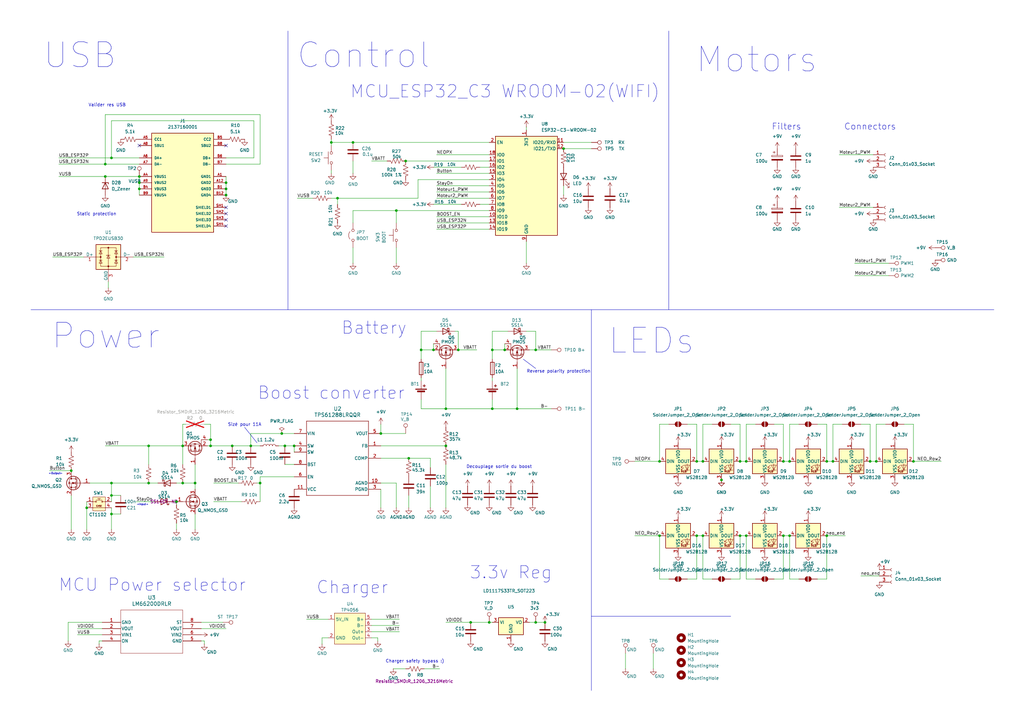
<source format=kicad_sch>
(kicad_sch (version 20250114) (generator "eeschema") (generator_version "9.0")
  (paper "A3")
  (text "Reverse polarity protection" (at 229.108 152.4 0) (effects (font (size 1.27 1.27))))
  (text "LEDs" (at 267.208 139.954 0) (effects (font (size 10.16 10.16))))
  (text "3.3v Reg" (at 209.55 234.95 0) (effects (font (size 5.08 5.08))))
  (text "Filters" (at 322.58 52.07 0) (effects (font (size 2.54 2.54))))
  (text "Sizé pour 11A" (at 100.33 174.244 0) (effects (font (size 1.27 1.27))))
  (text "Control" (at 149.098 22.86 0) (effects (font (size 10.16 10.16))))
  (text "Battery" (at 153.416 134.62 0) (effects (font (size 5.08 5.08))))
  (text "Static protection" (at 39.624 87.884 0) (effects (font (size 1.27 1.27))))
  (text "←Output←" (at 22.86 194.31 0) (effects (font (size 0.762 0.762))))
  (text "Decouplage sortie du boost" (at 204.724 191.516 0) (effects (font (size 1.27 1.27))))
  (text "Boost converter" (at 135.89 161.29 0) (effects (font (size 5.08 5.08))))
  (text "MCU_ESP32_C3 WROOM-02(WIFI)" (at 143.51 40.64 0) (effects (font (size 5.08 5.08)) (justify left bottom)))
  (text "Charger safety bypass :)\n" (at 170.18 271.272 0) (effects (font (size 1.27 1.27))))
  (text "Valider res USB" (at 43.942 43.18 0) (effects (font (size 1.27 1.27))))
  (text "USB" (at 32.766 22.86 0) (effects (font (size 10.16 10.16))))
  (text "Connectors" (at 356.87 52.07 0) (effects (font (size 2.54 2.54))))
  (text "Motors\n" (at 310.388 24.638 0) (effects (font (size 10.16 10.16))))
  (text "MCU Power selector" (at 62.484 240.03 0) (effects (font (size 5.08 5.08))))
  (text "Power" (at 43.434 137.922 0) (effects (font (size 10.16 10.16))))
  (text "Charger" (at 144.526 241.046 0) (effects (font (size 5.08 5.08))))
  (text "→Input→" (at 58.42 207.01 0) (effects (font (size 0.762 0.762))))
  (text_box "Liste des updates pour la V2:\n\n- Refaire bien le circuit de switching du power du Buck\n	Vraiment besoin de switcher? Cb de courant les servo prennent si ils ont pas de signal?\n	- Bien sizer les mosfet qui switch le courant\n- Mettre les LEDs sur 3v3\n- Faire en sorte que le board puisse être programmé sans batteries\n- Mettre un wroom\n- Agrandir les trous\n- Mettre les coins ronds\n- Mettre le shema beau (power net labels)\n" (at 427.99 2.54 0) (size 78.74 26.67) (margins 0.9525 0.9525 0.9525 0.9525) (effects (font (size 1.27 1.27)) (justify left top)))
  (text_box "Implications prog de la V2\n- Quand on veut utiliser les servos, on envoie high sur enable du boost\n- Dès qu'on détecte que l'USB est branché on désactive les servos (pu de PWM) et le enable du boost" (at 427.99 58.42 0) (size 78.74 26.67) (margins 0.9525 0.9525 0.9525 0.9525) (effects (font (size 1.27 1.27)) (justify left top)))
  (junction (at 45.72 203.2))
  (junction (at 43.18 72.39))
  (junction (at 359.41 189.23))
  (junction (at 323.85 219.71))
  (junction (at 288.29 219.71))
  (junction (at 219.71 143.51))
  (junction (at 223.52 255.27))
  (junction (at 92.71 80.01))
  (junction (at 270.51 189.23))
  (junction (at 95.25 182.88))
  (junction (at 120.65 182.88))
  (junction (at 35.56 208.28))
  (junction (at 306.07 189.23))
  (junction (at 60.96 182.88))
  (junction (at 92.71 74.93))
  (junction (at 285.75 219.71))
  (junction (at 182.88 182.88))
  (junction (at 295.91 196.85))
  (junction (at 212.09 167.64))
  (junction (at 303.53 189.23))
  (junction (at 219.71 255.27))
  (junction (at 166.37 66.04))
  (junction (at 374.65 189.23))
  (junction (at 60.96 198.12))
  (junction (at 187.96 143.51))
  (junction (at 138.43 81.28))
  (junction (at 339.09 189.23))
  (junction (at 57.15 72.39))
  (junction (at 207.01 143.51))
  (junction (at 270.51 219.71))
  (junction (at 72.39 205.74))
  (junction (at 172.72 143.51))
  (junction (at 57.15 74.93))
  (junction (at 339.09 219.71))
  (junction (at 57.15 77.47))
  (junction (at 156.21 177.8))
  (junction (at 323.85 189.23))
  (junction (at 135.89 58.42))
  (junction (at 356.87 189.23))
  (junction (at 306.07 219.71))
  (junction (at 45.72 64.77))
  (junction (at 86.36 182.88))
  (junction (at 116.84 182.88))
  (junction (at 201.93 167.64))
  (junction (at 167.64 187.96))
  (junction (at 74.93 182.88))
  (junction (at 200.66 255.27))
  (junction (at 45.72 210.82))
  (junction (at 29.21 193.04))
  (junction (at 231.14 60.96))
  (junction (at 321.31 189.23))
  (junction (at 106.68 198.12))
  (junction (at 341.63 189.23))
  (junction (at 288.29 189.23))
  (junction (at 285.75 189.23))
  (junction (at 102.87 182.88))
  (junction (at 144.78 58.42))
  (junction (at 182.88 167.64))
  (junction (at 74.93 198.12))
  (junction (at 303.53 219.71))
  (junction (at 201.93 143.51))
  (junction (at 321.31 219.71))
  (junction (at 177.8 143.51))
  (junction (at 162.56 86.36))
  (junction (at 193.04 255.27))
  (junction (at 92.71 77.47))
  (junction (at 115.57 177.8))
  (junction (at 43.18 67.31))
  (junction (at 86.36 180.34))
  (junction (at 80.01 198.12))
  (junction (at 45.72 198.12))
  (no_connect (at 92.71 90.17))
  (no_connect (at 92.71 92.71))
  (no_connect (at 92.71 87.63))
  (no_connect (at 92.71 59.69))
  (no_connect (at 57.15 59.69))
  (no_connect (at 92.71 85.09))
  (wire (pts (xy 45.72 64.77) (xy 57.15 64.77)))
  (wire (pts (xy 327.66 237.49) (xy 323.85 237.49)))
  (wire (pts (xy 196.85 68.58) (xy 200.66 68.58)))
  (wire (pts (xy 45.72 210.82) (xy 45.72 217.17)))
  (wire (pts (xy 72.39 205.74) (xy 72.39 207.01)))
  (wire (pts (xy 80.01 198.12) (xy 80.01 200.66)))
  (wire (pts (xy 80.01 217.17) (xy 80.01 210.82)))
  (wire (pts (xy 45.72 203.2) (xy 45.72 205.74)))
  (wire (pts (xy 35.56 208.28) (xy 35.56 217.17)))
  (wire (pts (xy 374.65 189.23) (xy 386.08 189.23)))
  (wire (pts (xy 86.36 180.34) (xy 86.36 182.88)))
  (wire (pts (xy 323.85 237.49) (xy 323.85 219.71)))
  (wire (pts (xy 363.22 173.99) (xy 359.41 173.99)))
  (wire (pts (xy 74.93 182.88) (xy 74.93 190.5)))
  (wire (pts (xy 344.17 63.5) (xy 358.14 63.5)))
  (wire (pts (xy 201.93 154.94) (xy 201.93 156.21)))
  (wire (pts (xy 356.87 189.23) (xy 359.41 189.23)))
  (wire (pts (xy 144.78 101.6) (xy 144.78 107.95)))
  (wire (pts (xy 57.15 77.47) (xy 57.15 80.01)))
  (wire (pts (xy 31.75 260.35) (xy 41.91 260.35)))
  (wire (pts (xy 24.13 67.31) (xy 43.18 67.31)))
  (wire (pts (xy 217.17 255.27) (xy 219.71 255.27)))
  (wire (pts (xy 60.96 198.12) (xy 64.77 198.12)))
  (wire (pts (xy 186.69 135.89) (xy 187.96 135.89)))
  (wire (pts (xy 172.72 167.64) (xy 182.88 167.64)))
  (wire (pts (xy 158.75 66.04) (xy 152.4 66.04)))
  (wire (pts (xy 152.4 259.08) (xy 163.83 259.08)))
  (wire (pts (xy 219.71 135.89) (xy 219.71 143.51)))
  (wire (pts (xy 231.14 58.42) (xy 242.57 58.42)))
  (wire (pts (xy 74.93 198.12) (xy 80.01 198.12)))
  (wire (pts (xy 215.9 52.07) (xy 215.9 53.34)))
  (wire (pts (xy 288.29 219.71) (xy 288.29 237.49)))
  (polyline (pts (xy 118.11 12.7) (xy 118.11 127)))
  (wire (pts (xy 87.63 205.74) (xy 99.06 205.74)))
  (wire (pts (xy 44.45 118.11) (xy 44.45 115.57)))
  (wire (pts (xy 102.87 182.88) (xy 106.68 182.88)))
  (wire (pts (xy 20.32 193.04) (xy 29.21 193.04)))
  (wire (pts (xy 345.44 173.99) (xy 341.63 173.99)))
  (wire (pts (xy 200.66 255.27) (xy 201.93 255.27)))
  (wire (pts (xy 201.93 143.51) (xy 201.93 147.32)))
  (wire (pts (xy 350.52 113.03) (xy 364.49 113.03)))
  (wire (pts (xy 45.72 198.12) (xy 60.96 198.12)))
  (wire (pts (xy 285.75 219.71) (xy 288.29 219.71)))
  (wire (pts (xy 270.51 173.99) (xy 270.51 189.23)))
  (wire (pts (xy 116.84 182.88) (xy 120.65 182.88)))
  (wire (pts (xy 152.4 256.54) (xy 163.83 256.54)))
  (wire (pts (xy 74.93 173.99) (xy 74.93 182.88)))
  (wire (pts (xy 201.93 135.89) (xy 208.28 135.89)))
  (wire (pts (xy 285.75 173.99) (xy 285.75 189.23)))
  (wire (pts (xy 86.36 173.99) (xy 86.36 180.34)))
  (wire (pts (xy 35.56 205.74) (xy 35.56 208.28)))
  (wire (pts (xy 102.87 177.8) (xy 102.87 182.88)))
  (wire (pts (xy 179.07 63.5) (xy 200.66 63.5)))
  (polyline (pts (xy 214.63 147.32) (xy 219.71 151.13)))
  (wire (pts (xy 179.07 71.12) (xy 200.66 71.12)))
  (wire (pts (xy 303.53 219.71) (xy 306.07 219.71)))
  (wire (pts (xy 167.64 208.28) (xy 167.64 203.2)))
  (wire (pts (xy 281.94 237.49) (xy 285.75 237.49)))
  (wire (pts (xy 36.83 198.12) (xy 45.72 198.12)))
  (wire (pts (xy 350.52 107.95) (xy 364.49 107.95)))
  (wire (pts (xy 285.75 189.23) (xy 288.29 189.23)))
  (wire (pts (xy 339.09 173.99) (xy 339.09 189.23)))
  (wire (pts (xy 256.54 267.97) (xy 256.54 274.32)))
  (wire (pts (xy 132.08 264.16) (xy 132.08 261.62)))
  (wire (pts (xy 135.89 58.42) (xy 144.78 58.42)))
  (wire (pts (xy 105.41 198.12) (xy 106.68 198.12)))
  (wire (pts (xy 321.31 173.99) (xy 321.31 189.23)))
  (wire (pts (xy 215.9 135.89) (xy 219.71 135.89)))
  (wire (pts (xy 179.07 88.9) (xy 200.66 88.9)))
  (wire (pts (xy 339.09 237.49) (xy 339.09 219.71)))
  (wire (pts (xy 135.89 57.15) (xy 135.89 58.42)))
  (wire (pts (xy 92.71 74.93) (xy 92.71 77.47)))
  (wire (pts (xy 152.4 254) (xy 163.83 254)))
  (wire (pts (xy 156.21 187.96) (xy 167.64 187.96)))
  (wire (pts (xy 321.31 189.23) (xy 323.85 189.23)))
  (wire (pts (xy 144.78 86.36) (xy 162.56 86.36)))
  (wire (pts (xy 285.75 237.49) (xy 285.75 219.71)))
  (wire (pts (xy 217.17 143.51) (xy 219.71 143.51)))
  (wire (pts (xy 72.39 198.12) (xy 74.93 198.12)))
  (wire (pts (xy 321.31 219.71) (xy 323.85 219.71)))
  (wire (pts (xy 339.09 189.23) (xy 341.63 189.23)))
  (wire (pts (xy 356.87 173.99) (xy 356.87 189.23)))
  (wire (pts (xy 353.06 173.99) (xy 356.87 173.99)))
  (wire (pts (xy 161.29 274.32) (xy 166.37 274.32)))
  (wire (pts (xy 106.68 46.99) (xy 43.18 46.99)))
  (wire (pts (xy 154.94 261.62) (xy 154.94 262.89)))
  (wire (pts (xy 132.08 261.62) (xy 134.62 261.62)))
  (wire (pts (xy 76.2 173.99) (xy 74.93 173.99)))
  (wire (pts (xy 176.53 191.77) (xy 176.53 187.96)))
  (wire (pts (xy 299.72 173.99) (xy 303.53 173.99)))
  (wire (pts (xy 45.72 49.53) (xy 45.72 64.77)))
  (wire (pts (xy 359.41 173.99) (xy 359.41 189.23)))
  (wire (pts (xy 260.35 219.71) (xy 270.51 219.71)))
  (wire (pts (xy 57.15 72.39) (xy 57.15 74.93)))
  (wire (pts (xy 85.09 182.88) (xy 86.36 182.88)))
  (wire (pts (xy 306.07 173.99) (xy 306.07 189.23)))
  (wire (pts (xy 219.71 143.51) (xy 226.06 143.51)))
  (wire (pts (xy 177.8 83.82) (xy 189.23 83.82)))
  (wire (pts (xy 116.84 190.5) (xy 120.65 190.5)))
  (wire (pts (xy 335.28 237.49) (xy 339.09 237.49)))
  (wire (pts (xy 201.93 163.83) (xy 201.93 167.64)))
  (wire (pts (xy 172.72 135.89) (xy 172.72 143.51)))
  (polyline (pts (xy 274.32 12.7) (xy 274.32 127)))
  (wire (pts (xy 135.89 59.69) (xy 135.89 58.42)))
  (wire (pts (xy 31.75 257.81) (xy 41.91 257.81)))
  (wire (pts (xy 45.72 210.82) (xy 49.53 210.82)))
  (wire (pts (xy 135.89 81.28) (xy 138.43 81.28)))
  (wire (pts (xy 60.96 182.88) (xy 74.93 182.88)))
  (wire (pts (xy 55.88 205.74) (xy 63.5 205.74)))
  (wire (pts (xy 125.73 254) (xy 134.62 254)))
  (wire (pts (xy 156.21 173.99) (xy 156.21 177.8)))
  (wire (pts (xy 43.18 182.88) (xy 60.96 182.88)))
  (wire (pts (xy 370.84 173.99) (xy 374.65 173.99)))
  (wire (pts (xy 335.28 173.99) (xy 339.09 173.99)))
  (wire (pts (xy 317.5 173.99) (xy 321.31 173.99)))
  (wire (pts (xy 374.65 173.99) (xy 374.65 189.23)))
  (wire (pts (xy 201.93 135.89) (xy 201.93 143.51)))
  (polyline (pts (xy 12.7 127) (xy 407.67 127)))
  (wire (pts (xy 156.21 182.88) (xy 182.88 182.88)))
  (wire (pts (xy 260.35 189.23) (xy 270.51 189.23)))
  (wire (pts (xy 106.68 195.58) (xy 120.65 195.58)))
  (wire (pts (xy 87.63 198.12) (xy 97.79 198.12)))
  (wire (pts (xy 104.14 64.77) (xy 104.14 49.53)))
  (wire (pts (xy 346.71 219.71) (xy 339.09 219.71)))
  (wire (pts (xy 40.64 262.89) (xy 41.91 262.89)))
  (wire (pts (xy 60.96 182.88) (xy 60.96 190.5)))
  (wire (pts (xy 219.71 255.27) (xy 223.52 255.27)))
  (wire (pts (xy 267.97 267.97) (xy 267.97 274.32)))
  (wire (pts (xy 71.12 205.74) (xy 72.39 205.74)))
  (wire (pts (xy 40.64 264.16) (xy 40.64 262.89)))
  (wire (pts (xy 288.29 173.99) (xy 292.1 173.99)))
  (wire (pts (xy 43.18 72.39) (xy 57.15 72.39)))
  (wire (pts (xy 27.94 262.89) (xy 27.94 255.27)))
  (wire (pts (xy 179.07 93.98) (xy 200.66 93.98)))
  (wire (pts (xy 162.56 198.12) (xy 162.56 208.28)))
  (wire (pts (xy 144.78 91.44) (xy 144.78 86.36)))
  (wire (pts (xy 196.85 83.82) (xy 200.66 83.82)))
  (wire (pts (xy 231.14 80.01) (xy 231.14 76.2)))
  (wire (pts (xy 43.18 67.31) (xy 57.15 67.31)))
  (wire (pts (xy 144.78 58.42) (xy 200.66 58.42)))
  (wire (pts (xy 57.15 74.93) (xy 57.15 77.47)))
  (wire (pts (xy 193.04 255.27) (xy 200.66 255.27)))
  (wire (pts (xy 85.09 180.34) (xy 86.36 180.34)))
  (wire (pts (xy 135.89 71.12) (xy 135.89 69.85)))
  (wire (pts (xy 171.45 73.66) (xy 200.66 73.66)))
  (wire (pts (xy 34.29 105.41) (xy 21.59 105.41)))
  (polyline (pts (xy 242.57 252.73) (xy 299.72 252.73)))
  (wire (pts (xy 80.01 190.5) (xy 80.01 198.12)))
  (wire (pts (xy 45.72 198.12) (xy 45.72 203.2)))
  (wire (pts (xy 82.55 255.27) (xy 91.44 255.27)))
  (wire (pts (xy 182.88 208.28) (xy 182.88 190.5)))
  (wire (pts (xy 162.56 91.44) (xy 162.56 86.36)))
  (wire (pts (xy 303.53 173.99) (xy 303.53 189.23)))
  (wire (pts (xy 299.72 237.49) (xy 303.53 237.49)))
  (wire (pts (xy 144.78 71.12) (xy 144.78 66.04)))
  (wire (pts (xy 166.37 66.04) (xy 200.66 66.04)))
  (wire (pts (xy 177.8 68.58) (xy 189.23 68.58)))
  (wire (pts (xy 162.56 101.6) (xy 162.56 107.95)))
  (wire (pts (xy 172.72 135.89) (xy 179.07 135.89)))
  (wire (pts (xy 323.85 173.99) (xy 323.85 189.23)))
  (wire (pts (xy 45.72 203.2) (xy 49.53 203.2)))
  (wire (pts (xy 270.51 237.49) (xy 274.32 237.49)))
  (polyline (pts (xy 242.57 127) (xy 242.57 283.21)))
  (wire (pts (xy 54.61 105.41) (xy 67.31 105.41)))
  (wire (pts (xy 187.96 143.51) (xy 195.58 143.51)))
  (wire (pts (xy 86.36 182.88) (xy 95.25 182.88)))
  (wire (pts (xy 176.53 199.39) (xy 176.53 208.28)))
  (wire (pts (xy 120.65 182.88) (xy 120.65 185.42)))
  (wire (pts (xy 156.21 200.66) (xy 156.21 208.28)))
  (wire (pts (xy 162.56 86.36) (xy 200.66 86.36)))
  (wire (pts (xy 288.29 237.49) (xy 292.1 237.49)))
  (wire (pts (xy 171.45 81.28) (xy 171.45 73.66)))
  (wire (pts (xy 303.53 189.23) (xy 306.07 189.23)))
  (wire (pts (xy 317.5 237.49) (xy 321.31 237.49)))
  (wire (pts (xy 215.9 107.95) (xy 215.9 99.06)))
  (wire (pts (xy 182.88 151.13) (xy 182.88 167.64)))
  (wire (pts (xy 156.21 177.8) (xy 166.37 177.8)))
  (wire (pts (xy 156.21 198.12) (xy 162.56 198.12)))
  (polyline (pts (xy 100.33 175.26) (xy 105.41 181.61)))
  (wire (pts (xy 114.3 182.88) (xy 116.84 182.88)))
  (wire (pts (xy 138.43 81.28) (xy 138.43 83.82)))
  (wire (pts (xy 106.68 198.12) (xy 106.68 205.74)))
  (wire (pts (xy 72.39 214.63) (xy 72.39 217.17)))
  (wire (pts (xy 179.07 78.74) (xy 200.66 78.74)))
  (wire (pts (xy 82.55 257.81) (xy 92.71 257.81)))
  (wire (pts (xy 27.94 255.27) (xy 41.91 255.27)))
  (wire (pts (xy 306.07 219.71) (xy 306.07 237.49)))
  (wire (pts (xy 200.66 91.44) (xy 179.07 91.44)))
  (wire (pts (xy 120.65 177.8) (xy 115.57 177.8)))
  (wire (pts (xy 212.09 167.64) (xy 226.06 167.64)))
  (wire (pts (xy 172.72 143.51) (xy 177.8 143.51)))
  (wire (pts (xy 212.09 151.13) (xy 212.09 167.64)))
  (wire (pts (xy 281.94 173.99) (xy 285.75 173.99)))
  (wire (pts (xy 177.8 140.97) (xy 177.8 143.51)))
  (wire (pts (xy 172.72 163.83) (xy 172.72 167.64)))
  (wire (pts (xy 95.25 182.88) (xy 102.87 182.88)))
  (wire (pts (xy 201.93 143.51) (xy 207.01 143.51)))
  (wire (pts (xy 83.82 173.99) (xy 86.36 173.99)))
  (wire (pts (xy 106.68 67.31) (xy 106.68 46.99)))
  (wire (pts (xy 92.71 67.31) (xy 106.68 67.31)))
  (wire (pts (xy 45.72 208.28) (xy 45.72 210.82)))
  (wire (pts (xy 115.57 177.8) (xy 102.87 177.8)))
  (wire (pts (xy 179.07 81.28) (xy 200.66 81.28)))
  (wire (pts (xy 29.21 203.2) (xy 29.21 217.17)))
  (wire (pts (xy 201.93 167.64) (xy 212.09 167.64)))
  (wire (pts (xy 231.14 60.96) (xy 242.57 60.96)))
  (wire (pts (xy 138.43 81.28) (xy 171.45 81.28)))
  (wire (pts (xy 172.72 154.94) (xy 172.72 156.21)))
  (wire (pts (xy 353.06 236.22) (xy 360.68 236.22)))
  (wire (pts (xy 83.82 264.16) (xy 83.82 262.89)))
  (wire (pts (xy 182.88 167.64) (xy 201.93 167.64)))
  (wire (pts (xy 309.88 237.49) (xy 306.07 237.49)))
  (wire (pts (xy 173.99 274.32) (xy 180.34 274.32)))
  (wire (pts (xy 274.32 173.99) (xy 270.51 173.99)))
  (wire (pts (xy 104.14 49.53) (xy 45.72 49.53)))
  (wire (pts (xy 43.18 46.99) (xy 43.18 67.31)))
  (wire (pts (xy 270.51 219.71) (xy 270.51 237.49)))
  (wire (pts (xy 92.71 72.39) (xy 92.71 74.93)))
  (wire (pts (xy 182.88 255.27) (xy 193.04 255.27)))
  (wire (pts (xy 152.4 261.62) (xy 154.94 261.62)))
  (wire (pts (xy 288.29 173.99) (xy 288.29 189.23)))
  (wire (pts (xy 321.31 237.49) (xy 321.31 219.71)))
  (wire (pts (xy 167.64 187.96) (xy 176.53 187.96)))
  (wire (pts (xy 341.63 173.99) (xy 341.63 189.23)))
  (wire (pts (xy 303.53 219.71) (xy 303.53 237.49)))
  (wire (pts (xy 83.82 262.89) (xy 82.55 262.89)))
  (wire (pts (xy 309.88 173.99) (xy 306.07 173.99)))
  (wire (pts (xy 24.13 72.39) (xy 43.18 72.39)))
  (wire (pts (xy 179.07 76.2) (xy 200.66 76.2)))
  (wire (pts (xy 187.96 135.89) (xy 187.96 143.51)))
  (wire (pts (xy 207.01 140.97) (xy 207.01 143.51)))
  (wire (pts (xy 172.72 143.51) (xy 172.72 147.32)))
  (wire (pts (xy 106.68 198.12) (xy 106.68 195.58)))
  (wire (pts (xy 327.66 173.99) (xy 323.85 173.99)))
  (wire (pts (xy 92.71 77.47) (xy 92.71 80.01)))
  (wire (pts (xy 344.17 85.09) (xy 358.14 85.09)))
  (wire (pts (xy 92.71 64.77) (xy 104.14 64.77)))
  (wire (pts (xy 24.13 64.77) (xy 45.72 64.77)))
  (wire (pts (xy 121.92 81.28) (xy 128.27 81.28)))
  (label "BOOST_EN" (at 87.63 198.12 0))
  (label "VDIODE" (at 182.88 255.27 0))
  (label "VBATT" (at 87.63 205.74 0))
  (label "VBATT" (at 226.06 143.51 180))
  (label "neo_end" (at 346.71 219.71 180))
  (label "StayOn" (at 55.88 205.74 0))
  (label "NEO_Row2" (at 260.35 219.71 0))
  (label "neo_end" (at 353.06 236.22 0))
  (label "VBATT" (at 195.58 143.51 180))
  (label "VUSB" (at 121.92 81.28 0))
  (label "BOOST_EN" (at 179.07 88.9 0))
  (label "Moteur1_PWM" (at 179.07 78.74 0))
  (label "Moteur1_PWM" (at 350.52 107.95 0))
  (label "NEO_Row2" (at 386.08 189.23 180))
  (label "VBATT" (at 43.18 182.88 0))
  (label "B-" (at 180.34 274.32 180))
  (label "VUSB" (at 125.73 254 0))
  (label "VUSB" (at 31.75 260.35 0))
  (label "USB_ESP32N" (at 179.07 91.44 0))
  (label "Moteur2_PWM" (at 179.07 81.28 0))
  (label "VDIODE" (at 31.75 257.81 0))
  (label "USB_ESP32N" (at 24.13 67.31 0))
  (label "NEOPX" (at 179.07 63.5 0))
  (label "VUSB" (at 24.13 72.39 0))
  (label "Moteur2_PWM" (at 344.17 85.09 0))
  (label "VBATT" (at 163.83 259.08 180))
  (label "Moteur1_PWM" (at 344.17 63.5 0))
  (label "USB_ESP32N" (at 67.31 105.41 180))
  (label "Button" (at 20.32 193.04 0))
  (label "Moteur2_PWM" (at 350.52 113.03 0))
  (label "USB_ESP32P" (at 21.59 105.41 0))
  (label "B-" (at 224.79 167.64 180))
  (label "NEOPX" (at 260.35 189.23 0))
  (label "VBATT" (at 163.83 254 180))
  (label "USB_ESP32P" (at 24.13 64.77 0))
  (label "USB_ESP32P" (at 179.07 93.98 0))
  (label "StayOn" (at 179.07 76.2 0))
  (label "Button" (at 179.07 71.12 0))
  (label "B-" (at 163.83 256.54 180))
  (label "VBATT" (at 152.4 66.04 0))
  (label "VDIODE" (at 92.71 257.81 180))
  (symbol (lib_id "Device:R_US") (at 182.88 179.07 0) (unit 1)
    (property "Reference" "R12" (at 184.15 178.054 0) (effects (justify left)))
    (property "Value" "357k" (at 184.15 180.086 0) (effects (justify left)))
    (property "Footprint" "Resistor_SMD:R_0603_1608Metric" (effects (hide yes)))
    (property "Description" "Resistor, US symbol" (effects (hide yes)))
  )
  (symbol (lib_id "Device:C_Polarized") (at 318.77 86.36 0) (unit 1)
    (property "Reference" "C8" (at 309.88 85.09 0) (effects (justify left)))
    (property "Value" "100u" (at 309.88 87.63 0) (effects (justify left)))
    (property "Footprint" "Capacitor_THT:CP_Radial_D5.0mm_P2.00mm" (effects (hide yes)))
    (property "Description" "Polarized capacitor" (effects (hide yes)))
  )
  (symbol (lib_id "Jumper:SolderJumper_2_Open") (at 331.47 237.49 0) (unit 1) (exclude_from_sim yes) (in_bom no)
    (property "Reference" "JP15" (at 331.47 231.14 0))
    (property "Value" "SolderJumper_2_Open" (at 331.47 233.68 0))
    (property "Footprint" "Jumper:SolderJumper-2_P1.3mm_Open_TrianglePad1.0x1.5mm" (effects (hide yes)))
    (property "Description" "Solder Jumper, 2-pole, open" (effects (hide yes)))
  )
  (symbol (lib_id "power:+3.3V") (at 241.3 77.47 0) (unit 1)
    (property "Reference" "#PWR51" (effects (hide yes)))
    (property "Value" "+3.3V" (at 241.3 73.152 0))
  )
  (symbol (lib_id "LM66200DRLR:LM66200DRLR") (at 41.91 255.27 0) (unit 1)
    (property "Reference" "U3" (at 62.23 245.11 0) (effects (font (size 1.524 1.524))))
    (property "Value" "LM66200DRLR" (at 62.23 247.65 0) (effects (font (size 1.524 1.524))))
    (property "Footprint" "LM66200DRLR:SOT-5X3_DRL_TEX-L" (effects (hide yes)))
    (property "Datasheet" "LM66200DRLR" (effects (hide yes)))
  )
  (symbol (lib_id "power:GND") (at 313.69 227.33 0) (unit 1)
    (property "Reference" "#PWR086" (effects (hide yes)))
    (property "Value" "GND" (at 313.69 232.41 0))
    (property "Description" "Power symbol creates a global label with name \"GND\" , ground" (effects (hide yes)))
  )
  (symbol (lib_id "power:GND") (at 295.91 227.33 0) (unit 1)
    (property "Reference" "#PWR083" (effects (hide yes)))
    (property "Value" "GND" (at 295.91 232.41 0))
    (property "Description" "Power symbol creates a global label with name \"GND\" , ground" (effects (hide yes)))
  )
  (symbol (lib_id "Jumper:SolderJumper_2_Open") (at 349.25 173.99 0) (unit 1) (exclude_from_sim yes) (in_bom no)
    (property "Reference" "JP5" (at 349.25 167.64 0))
    (property "Value" "SolderJumper_2_Open" (at 349.25 170.18 0))
    (property "Footprint" "Jumper:SolderJumper-2_P1.3mm_Open_TrianglePad1.0x1.5mm" (effects (hide yes)))
    (property "Description" "Solder Jumper, 2-pole, open" (effects (hide yes)))
  )
  (symbol (lib_id "power:+9V") (at 360.68 233.68 0) (unit 1)
    (property "Reference" "#PWR099" (effects (hide yes)))
    (property "Value" "+9V" (at 362.966 230.378 0))
    (property "Description" "Power symbol creates a global label with name \"+9V\"" (effects (hide yes)))
  )
  (symbol (lib_id "power:GND") (at 193.04 262.89 0) (unit 1)
    (property "Reference" "#PWR0109" (effects (hide yes)))
    (property "Value" "GND" (at 196.088 266.192 0))
    (property "Description" "Power symbol creates a global label with name \"GND\" , ground" (effects (hide yes)))
  )
  (symbol (lib_id "power:GND") (at 156.21 208.28 0) (unit 1)
    (property "Reference" "#PWR031" (effects (hide yes)))
    (property "Value" "GND" (at 156.21 212.09 0))
    (property "Description" "Power symbol creates a global label with name \"GND\" , ground" (effects (hide yes)))
  )
  (symbol (lib_id "Device:R_US") (at 60.96 194.31 0) (unit 1)
    (property "Reference" "R3" (at 54.61 193.04 0) (effects (justify left)))
    (property "Value" "10k" (at 54.61 195.58 0) (effects (justify left)))
    (property "Footprint" "Resistor_SMD:R_0603_1608Metric" (effects (hide yes)))
    (property "Description" "Resistor, US symbol" (effects (hide yes)))
  )
  (symbol (lib_id "Connector:TestPoint") (at 166.37 177.8 0) (unit 1)
    (property "Reference" "TP14" (at 164.338 169.926 0) (effects (justify left)))
    (property "Value" "V_B" (at 164.338 171.958 0) (effects (justify left)))
    (property "Footprint" "TestPoint:TestPoint_Loop_D2.54mm_Drill1.5mm_Beaded" (effects (hide yes)))
  )
  (symbol (lib_id "Device:R_US") (at 193.04 68.58 90) (unit 1)
    (property "Reference" "R19" (at 179.832 67.564 90))
    (property "Value" "10k" (at 185.166 67.437 90))
    (property "Footprint" "Resistor_SMD:R_0603_1608Metric" (effects (hide yes)))
  )
  (symbol (lib_id "power:GND") (at 318.77 68.58 0) (unit 1)
    (property "Reference" "#PWR021" (effects (hide yes)))
    (property "Value" "GND" (at 318.77 72.39 0))
    (property "Description" "Power symbol creates a global label with name \"GND\" , ground" (effects (hide yes)))
  )
  (symbol (lib_id "power:GND") (at 44.45 118.11 0) (unit 1)
    (property "Reference" "#PWR0127" (effects (hide yes)))
    (property "Value" "GND" (at 44.45 122.555 0))
  )
  (symbol (lib_id "power:GND") (at 326.39 68.58 0) (unit 1)
    (property "Reference" "#PWR026" (effects (hide yes)))
    (property "Value" "GND" (at 326.39 72.39 0))
    (property "Description" "Power symbol creates a global label with name \"GND\" , ground" (effects (hide yes)))
  )
  (symbol (lib_id "power:GND") (at 120.65 208.28 0) (unit 1)
    (property "Reference" "#PWR019" (effects (hide yes)))
    (property "Value" "AGND" (at 120.65 212.09 0))
    (property "Description" "Power symbol creates a global label with name \"GND\" , ground" (effects (hide yes)))
  )
  (symbol (lib_id "Jumper:SolderJumper_2_Open") (at 278.13 173.99 0) (unit 1) (exclude_from_sim yes) (in_bom no)
    (property "Reference" "JP1" (at 278.13 167.64 0))
    (property "Value" "SolderJumper_2_Open" (at 278.13 170.18 0))
    (property "Footprint" "Jumper:SolderJumper-2_P1.3mm_Open_TrianglePad1.0x1.5mm" (effects (hide yes)))
    (property "Description" "Solder Jumper, 2-pole, open" (effects (hide yes)))
  )
  (symbol (lib_id "Connector:TestPoint") (at 226.06 143.51 270) (unit 1)
    (property "Reference" "TP10" (at 231.394 143.51 90) (effects (justify left)))
    (property "Value" "B+" (at 236.982 143.51 90) (effects (justify left)))
    (property "Footprint" "TestPoint:TestPoint_Loop_D2.54mm_Drill1.5mm_Beaded" (effects (hide yes)))
  )
  (symbol (lib_id "power:GND") (at 45.72 217.17 0) (unit 1)
    (property "Reference" "#PWR03" (effects (hide yes)))
    (property "Value" "GND" (at 45.72 220.98 0))
    (property "Description" "Power symbol creates a global label with name \"GND\" , ground" (effects (hide yes)))
  )
  (symbol (lib_id "LED:WS2812B") (at 349.25 189.23 0) (unit 1)
    (property "Reference" "D11" (at 356.87 193.294 0))
    (property "Value" "WS2812B" (at 356.87 195.834 0))
    (property "Footprint" "LED_SMD:LED_WS2812B_PLCC4_5.0x5.0mm_P3.2mm" (effects (hide yes)))
    (property "Datasheet" "https://cdn-shop.adafruit.com/datasheets/WS2812B.pdf" (effects (hide yes)))
    (property "Description" "RGB LED with integrated controller" (effects (hide yes)))
  )
  (symbol (lib_id "Connector:TestPoint") (at 267.97 267.97 0) (unit 1) (on_board no)
    (property "Reference" "TP6" (at 266.192 262.89 0) (effects (justify left)))
    (property "Value" "GND" (at 268.478 266.446 0) (effects (justify left)))
    (property "Footprint" "TestPoint:TestPoint_Loop_D2.54mm_Drill1.5mm_Beaded" (effects (hide yes)))
  )
  (symbol (lib_id "power:GND") (at 100.33 57.15 0) (unit 1)
    (property "Reference" "#PWR017" (effects (hide yes)))
    (property "Value" "GND" (at 100.33 61.595 0))
  )
  (symbol (lib_id "Device:R_US") (at 138.43 87.63 180) (unit 1)
    (property "Reference" "R21" (at 135.636 90.932 90))
    (property "Value" "10k" (at 135.509 85.598 90))
    (property "Footprint" "Resistor_SMD:R_0603_1608Metric" (effects (hide yes)))
  )
  (symbol (lib_id "power:GND") (at 360.68 238.76 0) (unit 1)
    (property "Reference" "#PWR0101" (effects (hide yes)))
    (property "Value" "GND" (at 360.68 243.84 0))
    (property "Description" "Power symbol creates a global label with name \"GND\" , ground" (effects (hide yes)))
  )
  (symbol (lib_id "Transistor_FET:Q_NMOS_GSD") (at 31.75 198.12 0) (mirror y) (unit 1)
    (property "Reference" "Q2" (at 25.4 196.8499 0) (effects (justify left)))
    (property "Value" "Q_NMOS_GSD" (at 25.4 199.3899 0) (effects (justify left)))
    (property "Footprint" "Package_TO_SOT_SMD:SOT-23" (effects (hide yes)))
    (property "Description" "N-MOSFET transistor, gate/source/drain" (effects (hide yes)))
    (property "MPN" "SN7002NH6433XTMA1" (effects (hide yes)))
    (property "DigiKey" "448-SN7002NH6433XTMA1CT-ND" (effects (hide yes)))
  )
  (symbol (lib_id "LED:WS2812B") (at 313.69 189.23 0) (unit 1)
    (property "Reference" "D9" (at 321.31 193.294 0))
    (property "Value" "WS2812B" (at 321.31 195.834 0))
    (property "Footprint" "LED_SMD:LED_WS2812B_PLCC4_5.0x5.0mm_P3.2mm" (effects (hide yes)))
    (property "Datasheet" "https://cdn-shop.adafruit.com/datasheets/WS2812B.pdf" (effects (hide yes)))
    (property "Description" "RGB LED with integrated controller" (effects (hide yes)))
  )
  (symbol (lib_id "Connector:Conn_01x03_Socket") (at 363.22 66.04 0) (unit 1)
    (property "Reference" "J2" (at 364.49 64.7699 0) (effects (justify left)))
    (property "Value" "Conn_01x03_Socket" (at 364.49 67.3099 0) (effects (justify left)))
    (property "Footprint" "Connector_PinHeader_2.54mm:PinHeader_1x03_P2.54mm_Vertical" (effects (hide yes)))
    (property "Description" "Generic connector, single row, 01x03, script generated" (effects (hide yes)))
  )
  (symbol (lib_id "power:+3.3V") (at 177.8 68.58 90) (mirror x) (unit 1)
    (property "Reference" "#PWR57" (effects (hide yes)))
    (property "Value" "+3.3V" (at 171.958 68.58 90))
  )
  (symbol (lib_id "power:+9V") (at 191.77 199.39 0) (unit 1)
    (property "Reference" "#PWR041" (effects (hide yes)))
    (property "Value" "+9V" (at 191.77 194.31 0))
    (property "Description" "Power symbol creates a global label with name \"+9V\"" (effects (hide yes)))
  )
  (symbol (lib_id "power:+9V") (at 367.03 181.61 0) (unit 1)
    (property "Reference" "#PWR029" (effects (hide yes)))
    (property "Value" "+3.3V" (at 369.316 178.308 0))
    (property "Description" "Power symbol creates a global label with name \"+9V\"" (effects (hide yes)))
  )
  (symbol (lib_id "Jumper:SolderJumper_2_Open") (at 295.91 173.99 0) (unit 1) (exclude_from_sim yes) (in_bom no)
    (property "Reference" "JP2" (at 295.91 167.64 0))
    (property "Value" "SolderJumper_2_Open" (at 295.91 170.18 0))
    (property "Footprint" "Jumper:SolderJumper-2_P1.3mm_Open_TrianglePad1.0x1.5mm" (effects (hide yes)))
    (property "Description" "Solder Jumper, 2-pole, open" (effects (hide yes)))
  )
  (symbol (lib_id "power:GND") (at 154.94 262.89 0) (mirror y) (unit 1)
    (property "Reference" "#PWR0130" (effects (hide yes)))
    (property "Value" "GND" (at 154.94 266.7 0))
  )
  (symbol (lib_id "power:GND") (at 167.64 208.28 0) (unit 1)
    (property "Reference" "#PWR033" (effects (hide yes)))
    (property "Value" "AGND" (at 167.64 212.09 0))
    (property "Description" "Power symbol creates a global label with name \"GND\" , ground" (effects (hide yes)))
  )
  (symbol (lib_id "Device:C") (at 209.55 203.2 0) (unit 1)
    (property "Reference" "C32" (at 203.2 201.93 0) (effects (justify left)))
    (property "Value" "47u" (at 203.2 204.47 0) (effects (justify left)))
    (property "Footprint" "Capacitor_SMD:C_0603_1608Metric_Pad1.08x0.95mm_HandSolder" (effects (hide yes)))
    (property "Description" "Unpolarized capacitor" (effects (hide yes)))
  )
  (symbol (lib_id "power:+3.3V") (at 223.52 255.27 0) (unit 1)
    (property "Reference" "#PWR0112" (effects (hide yes)))
    (property "Value" "+3.3V" (at 226.568 251.968 0))
    (property "Description" "Power symbol creates a global label with name \"+3.3V\"" (effects (hide yes)))
  )
  (symbol (lib_id "Device:C") (at 326.39 64.77 0) (unit 1)
    (property "Reference" "C9" (at 330.2 63.4999 0) (effects (justify left)))
    (property "Value" "1u" (at 330.2 66.0399 0) (effects (justify left)))
    (property "Footprint" "Capacitor_SMD:C_0603_1608Metric_Pad1.08x0.95mm_HandSolder" (effects (hide yes)))
    (property "Description" "Unpolarized capacitor" (effects (hide yes)))
  )
  (symbol (lib_id "Switch:SW_Push") (at 135.89 64.77 90) (unit 1)
    (property "Reference" "SW2" (at 129.54 65.786 90))
    (property "Value" "RESET" (at 129.54 63.246 90))
    (property "Footprint" "CS1213AGF160:SW_CS1213AG_CRS" (effects (hide yes)))
  )
  (symbol (lib_id "power:GND") (at 191.77 207.01 0) (unit 1)
    (property "Reference" "#PWR042" (effects (hide yes)))
    (property "Value" "GND" (at 194.818 210.312 0))
    (property "Description" "Power symbol creates a global label with name \"GND\" , ground" (effects (hide yes)))
  )
  (symbol (lib_id "power:+3.3V") (at 215.9 52.07 0) (unit 1)
    (property "Reference" "#PWR093" (effects (hide yes)))
    (property "Value" "+3.3V" (at 215.9 47.752 0))
  )
  (symbol (lib_id "Device:C") (at 120.65 204.47 0) (unit 1)
    (property "Reference" "C6" (at 114.3 203.2 0) (effects (justify left)))
    (property "Value" "2.2u" (at 114.3 205.74 0) (effects (justify left)))
    (property "Footprint" "Capacitor_SMD:C_0603_1608Metric_Pad1.08x0.95mm_HandSolder" (effects (hide yes)))
    (property "Description" "Unpolarized capacitor" (effects (hide yes)))
  )
  (symbol (lib_id "power:GND") (at 144.78 71.12 0) (unit 1)
    (property "Reference" "#PWR073" (effects (hide yes)))
    (property "Value" "GND" (at 144.78 75.565 0))
  )
  (symbol (lib_id "Connector:TestPoint") (at 242.57 58.42 270) (unit 1) (on_board no)
    (property "Reference" "TP3" (at 247.904 58.42 90) (effects (justify left)))
    (property "Value" "RX" (at 253.492 58.42 90) (effects (justify left)))
    (property "Footprint" "TestPoint:TestPoint_Loop_D2.54mm_Drill1.5mm_Beaded" (effects (hide yes)))
  )
  (symbol (lib_id "LED:WS2812B") (at 331.47 189.23 0) (unit 1)
    (property "Reference" "D10" (at 339.09 193.294 0))
    (property "Value" "WS2812B" (at 339.09 195.834 0))
    (property "Footprint" "LED_SMD:LED_WS2812B_PLCC4_5.0x5.0mm_P3.2mm" (effects (hide yes)))
    (property "Datasheet" "https://cdn-shop.adafruit.com/datasheets/WS2812B.pdf" (effects (hide yes)))
    (property "Description" "RGB LED with integrated controller" (effects (hide yes)))
  )
  (symbol (lib_id "power:GND") (at 132.08 264.16 0) (mirror y) (unit 1)
    (property "Reference" "#PWR0131" (effects (hide yes)))
    (property "Value" "GND" (at 132.08 267.97 0))
  )
  (symbol (lib_id "Device:C") (at 241.3 81.28 0) (unit 1)
    (property "Reference" "C16" (at 234.95 80.01 0) (effects (justify left)))
    (property "Value" "10u" (at 234.95 82.55 0) (effects (justify left)))
    (property "Footprint" "Capacitor_SMD:C_0603_1608Metric_Pad1.08x0.95mm_HandSolder" (effects (hide yes)))
    (property "Description" "Unpolarized capacitor" (effects (hide yes)))
  )
  (symbol (lib_id "Device:L") (at 110.49 182.88 90) (unit 1)
    (property "Reference" "L1" (at 106.68 180.34 90))
    (property "Value" "1.2u" (at 110.49 180.34 90))
    (property "Footprint" "CMLE105T-2R2MS:IND_CMLE105T-1R0&slash_1R5&slash_2R2_CYN" (effects (hide yes)))
    (property "Description" "Inductor" (effects (hide yes)))
    (property "DigiKey" "2037-CMLE105T-1R0MSCT-ND" (effects (hide yes)))
  )
  (symbol (lib_id "Connector:TestPoint") (at 57.15 72.39 0) (unit 1)
    (property "Reference" "TP2" (at 52.324 69.088 0) (effects (justify left)))
    (property "Value" "VUSB" (at 52.705 74.295 0) (effects (justify left)))
    (property "Footprint" "TestPoint:TestPoint_Loop_D2.54mm_Drill1.5mm_Beaded" (effects (hide yes)))
  )
  (symbol (lib_id "power:+9V") (at 326.39 60.96 0) (unit 1)
    (property "Reference" "#PWR025" (effects (hide yes)))
    (property "Value" "+9V" (at 326.39 55.88 0))
    (property "Description" "Power symbol creates a global label with name \"+9V\"" (effects (hide yes)))
  )
  (symbol (lib_id "Jumper:SolderJumper_2_Open") (at 313.69 237.49 0) (unit 1) (exclude_from_sim yes) (in_bom no)
    (property "Reference" "JP16" (at 313.69 231.14 0))
    (property "Value" "SolderJumper_2_Open" (at 313.69 233.68 0))
    (property "Footprint" "Jumper:SolderJumper-2_P1.3mm_Open_TrianglePad1.0x1.5mm" (effects (hide yes)))
    (property "Description" "Solder Jumper, 2-pole, open" (effects (hide yes)))
  )
  (symbol (lib_id "power:GND") (at 278.13 196.85 0) (unit 1)
    (property "Reference" "#PWR079" (effects (hide yes)))
    (property "Value" "GND" (at 278.13 201.93 0))
    (property "Description" "Power symbol creates a global label with name \"GND\" , ground" (effects (hide yes)))
  )
  (symbol (lib_id "power:+9V") (at 318.77 60.96 0) (unit 1)
    (property "Reference" "#PWR020" (effects (hide yes)))
    (property "Value" "+9V" (at 318.77 55.88 0))
    (property "Description" "Power symbol creates a global label with name \"+9V\"" (effects (hide yes)))
  )
  (symbol (lib_id "Device:R_US") (at 193.04 83.82 90) (unit 1)
    (property "Reference" "R16" (at 180.086 82.804 90))
    (property "Value" "10k" (at 185.42 82.677 90))
    (property "Footprint" "Resistor_SMD:R_0603_1608Metric" (effects (hide yes)))
  )
  (symbol (lib_id "Device:R_US") (at 74.93 194.31 0) (unit 1)
    (property "Reference" "R6" (at 69.85 191.008 0) (effects (justify left)))
    (property "Value" "10k" (at 69.85 193.04 0) (effects (justify left)))
    (property "Footprint" "Resistor_SMD:R_0603_1608Metric" (effects (hide yes)))
    (property "Description" "Resistor, US symbol" (effects (hide yes)))
  )
  (symbol (lib_id "Device:C") (at 250.19 81.28 0) (unit 1)
    (property "Reference" "C17" (at 253.746 80.01 0) (effects (justify left)))
    (property "Value" "0.1u" (at 254 82.296 0) (effects (justify left)))
    (property "Footprint" "Capacitor_SMD:C_0603_1608Metric_Pad1.08x0.95mm_HandSolder" (effects (hide yes)))
  )
  (symbol (lib_id "Device:Battery_Cell") (at 201.93 161.29 0) (unit 1)
    (property "Reference" "BT2" (at 207.01 157.48 0))
    (property "Value" "Battery_Cell" (effects (hide yes)))
    (property "Footprint" "Connector_PinHeader_2.54mm:PinHeader_1x02_P2.54mm_Vertical" (effects (hide yes)))
    (property "Description" "Single-cell battery" (effects (hide yes)))
  )
  (symbol (lib_id "TPS61288LRQQR:TPS61288LRQQR") (at 120.65 177.8 0) (unit 1)
    (property "Reference" "U2" (at 138.43 167.64 0) (effects (font (size 1.524 1.524))))
    (property "Value" "TPS61288LRQQR" (at 138.43 170.18 0) (effects (font (size 1.524 1.524))))
    (property "Footprint" "TPS61288LRQQR:RQQ0011A-MFG" (effects (hide yes)))
    (property "Datasheet" "TPS61288LRQQR" (effects (hide yes)))
    (property "MPN" "TPS61288LRQQR" (effects (hide yes)))
    (property "DigiKey" "296-TPS61288LRQQRCT-ND" (effects (hide yes)))
  )
  (symbol (lib_id "power:GND") (at 176.53 208.28 0) (unit 1)
    (property "Reference" "#PWR034" (effects (hide yes)))
    (property "Value" "AGND" (at 176.53 212.09 0))
    (property "Description" "Power symbol creates a global label with name \"GND\" , ground" (effects (hide yes)))
  )
  (symbol (lib_id "power:GND") (at 162.56 208.28 0) (unit 1)
    (property "Reference" "#PWR032" (effects (hide yes)))
    (property "Value" "AGND" (at 162.56 212.09 0))
    (property "Description" "Power symbol creates a global label with name \"GND\" , ground" (effects (hide yes)))
  )
  (symbol (lib_id "RF_Module:ESP32-C3-WROOM-02") (at 215.9 76.2 0) (unit 1)
    (property "Reference" "U8" (at 221.996 50.8 0) (effects (justify left)))
    (property "Value" "ESP32-C3-WROOM-02" (at 221.996 53.34 0) (effects (justify left)))
    (property "Footprint" "RF_Module:ESP32-C3-WROOM-02" (effects (hide yes)))
    (property "Datasheet" "https://www.espressif.com/sites/default/files/documentation/esp32-c3-wroom-02_datasheet_en.pdf" (effects (hide yes)))
    (property "Description" "802.11 b/g/n Wi­Fi and Bluetooth 5 module, ESP32­C3 SoC, RISC­V microprocessor, On-board antenna" (effects (hide yes)))
  )
  (symbol (lib_id "power:+9V") (at 331.47 212.09 0) (unit 1)
    (property "Reference" "#PWR062" (effects (hide yes)))
    (property "Value" "+3.3V" (at 333.756 208.788 0))
    (property "Description" "Power symbol creates a global label with name \"+9V\"" (effects (hide yes)))
  )
  (symbol (lib_id "Diode:SS14") (at 67.31 205.74 180) (unit 1)
    (property "Reference" "D3" (at 67.31 202.184 0))
    (property "Value" "SS14" (at 67.31 203.708 0))
    (property "Footprint" "Diode_SMD:D_SMA" (effects (hide yes)))
    (property "Datasheet" "https://www.vishay.com/docs/88746/ss12.pdf" (effects (hide yes)))
    (property "Description" "40V 1A Schottky Diode, SMA" (effects (hide yes)))
    (property "DigiKey" "SS14CT-ND" (at 67.31 205.74 0))
  )
  (symbol (lib_id "power:GND") (at 200.66 207.01 0) (unit 1)
    (property "Reference" "#PWR114" (effects (hide yes)))
    (property "Value" "GND" (at 203.708 210.312 0))
    (property "Description" "Power symbol creates a global label with name \"GND\" , ground" (effects (hide yes)))
  )
  (symbol (lib_id "Jumper:SolderJumper_2_Open") (at 313.69 173.99 0) (unit 1) (exclude_from_sim yes) (in_bom no)
    (property "Reference" "JP3" (at 313.69 167.64 0))
    (property "Value" "SolderJumper_2_Open" (at 313.69 170.18 0))
    (property "Footprint" "Jumper:SolderJumper-2_P1.3mm_Open_TrianglePad1.0x1.5mm" (effects (hide yes)))
    (property "Description" "Solder Jumper, 2-pole, open" (effects (hide yes)))
  )
  (symbol (lib_id "Mechanical:MountingHole") (at 279.4 266.7 0) (unit 1) (exclude_from_sim yes) (in_bom no)
    (property "Reference" "H2" (at 281.94 265.4299 0) (effects (justify left)))
    (property "Value" "MountingHole" (at 281.94 267.9699 0) (effects (justify left)))
    (property "Footprint" "MountingHole:MountingHole_3.2mm_M3" (effects (hide yes)))
    (property "Description" "Mounting Hole without connection" (effects (hide yes)))
  )
  (symbol (lib_id "Connector:TestPoint") (at 383.54 101.6 270) (mirror x) (unit 1)
    (property "Reference" "TP15" (at 384.048 99.314 90) (effects (justify left)))
    (property "Value" "V_B" (at 388.366 101.6 90) (effects (justify left)))
    (property "Footprint" "TestPoint:TestPoint_Loop_D2.54mm_Drill1.5mm_Beaded" (effects (hide yes)))
  )
  (symbol (lib_id "Device:C_Polarized") (at 318.77 64.77 0) (unit 1)
    (property "Reference" "C7" (at 309.88 63.5 0) (effects (justify left)))
    (property "Value" "100u" (at 309.88 66.04 0) (effects (justify left)))
    (property "Footprint" "Capacitor_THT:CP_Radial_D5.0mm_P2.00mm" (effects (hide yes)))
    (property "Description" "Polarized capacitor" (effects (hide yes)))
  )
  (symbol (lib_id "power:+9V") (at 295.91 212.09 0) (unit 1)
    (property "Reference" "#PWR054" (effects (hide yes)))
    (property "Value" "+3.3V" (at 298.196 208.788 0))
    (property "Description" "Power symbol creates a global label with name \"+9V\"" (effects (hide yes)))
  )
  (symbol (lib_id "LED:WS2812B") (at 367.03 189.23 0) (unit 1)
    (property "Reference" "D12" (at 374.65 193.294 0))
    (property "Value" "WS2812B" (at 374.65 195.834 0))
    (property "Footprint" "LED_SMD:LED_WS2812B_PLCC4_5.0x5.0mm_P3.2mm" (effects (hide yes)))
    (property "Datasheet" "https://cdn-shop.adafruit.com/datasheets/WS2812B.pdf" (effects (hide yes)))
    (property "Description" "RGB LED with integrated controller" (effects (hide yes)))
  )
  (symbol (lib_id "LED:WS2812B") (at 295.91 219.71 0) (unit 1)
    (property "Reference" "D17" (at 303.53 223.774 0))
    (property "Value" "WS2812B" (at 303.53 226.314 0))
    (property "Footprint" "LED_SMD:LED_WS2812B_PLCC4_5.0x5.0mm_P3.2mm" (effects (hide yes)))
    (property "Datasheet" "https://cdn-shop.adafruit.com/datasheets/WS2812B.pdf" (effects (hide yes)))
    (property "Description" "RGB LED with integrated controller" (effects (hide yes)))
  )
  (symbol (lib_id "power:GND") (at 278.13 227.33 0) (unit 1)
    (property "Reference" "#PWR080" (effects (hide yes)))
    (property "Value" "GND" (at 278.13 232.41 0))
    (property "Description" "Power symbol creates a global label with name \"GND\" , ground" (effects (hide yes)))
  )
  (symbol (lib_id "TP4056:TP4056") (at 137.16 264.16 0) (unit 1)
    (property "Reference" "U4" (at 143.51 247.65 0))
    (property "Value" "TP4056" (at 143.51 250.19 0))
    (property "Footprint" "TP4056:TP4056-18650" (effects (hide yes)))
  )
  (symbol (lib_id "Device:C") (at 223.52 259.08 180) (unit 1)
    (property "Reference" "C30" (at 230.632 257.81 0) (effects (justify left)))
    (property "Value" "100u" (at 230.632 260.35 0) (effects (justify left)))
    (property "Footprint" "Capacitor_SMD:C_0603_1608Metric_Pad1.08x0.95mm_HandSolder" (effects (hide yes)))
    (property "Description" "Unpolarized capacitor" (effects (hide yes)))
  )
  (symbol (lib_id "power:GND") (at 295.91 196.85 0) (unit 1)
    (property "Reference" "#PWR081" (effects (hide yes)))
    (property "Value" "GND" (at 295.91 201.93 0))
    (property "Description" "Power symbol creates a global label with name \"GND\" , ground" (effects (hide yes)))
  )
  (symbol (lib_id "power:GND") (at 295.91 196.85 0) (unit 1)
    (property "Reference" "#PWR082" (effects (hide yes)))
    (property "Value" "GND" (at 295.91 201.93 0))
    (property "Description" "Power symbol creates a global label with name \"GND\" , ground" (effects (hide yes)))
  )
  (symbol (lib_id "Connector:TestPoint") (at 242.57 60.96 270) (unit 1) (on_board no)
    (property "Reference" "TP5" (at 248.158 60.96 90) (effects (justify left)))
    (property "Value" "TX" (at 253.746 60.96 90) (effects (justify left)))
    (property "Footprint" "TestPoint:TestPoint_Loop_D2.54mm_Drill1.5mm_Beaded" (effects (hide yes)))
  )
  (symbol (lib_id "power:+9V") (at 200.66 199.39 0) (unit 1)
    (property "Reference" "#PWR103" (effects (hide yes)))
    (property "Value" "+9V" (at 200.66 194.31 0))
    (property "Description" "Power symbol creates a global label with name \"+9V\"" (effects (hide yes)))
  )
  (symbol (lib_id "power:GND") (at 267.97 274.32 0) (unit 1)
    (property "Reference" "#PWR0108" (effects (hide yes)))
    (property "Value" "GND" (at 270.51 277.368 0))
  )
  (symbol (lib_id "Jumper:SolderJumper_2_Open") (at 278.13 237.49 0) (unit 1) (exclude_from_sim yes) (in_bom no)
    (property "Reference" "JP18" (at 278.13 231.14 0))
    (property "Value" "SolderJumper_2_Open" (at 278.13 233.68 0))
    (property "Footprint" "Jumper:SolderJumper-2_P1.3mm_Open_TrianglePad1.0x1.5mm" (effects (hide yes)))
    (property "Description" "Solder Jumper, 2-pole, open" (effects (hide yes)))
  )
  (symbol (lib_id "power:+9V") (at 218.44 199.39 0) (unit 1)
    (property "Reference" "#PWR117" (effects (hide yes)))
    (property "Value" "+9V" (at 218.44 194.31 0))
    (property "Description" "Power symbol creates a global label with name \"+9V\"" (effects (hide yes)))
  )
  (symbol (lib_id "power:GND") (at 349.25 196.85 0) (unit 1)
    (property "Reference" "#PWR091" (effects (hide yes)))
    (property "Value" "GND" (at 349.25 201.93 0))
    (property "Description" "Power symbol creates a global label with name \"GND\" , ground" (effects (hide yes)))
  )
  (symbol (lib_id "power:+3.3V") (at 177.8 83.82 90) (mirror x) (unit 1)
    (property "Reference" "#PWR49" (effects (hide yes)))
    (property "Value" "+3.3V" (at 171.958 83.82 90))
  )
  (symbol (lib_id "2137160001:2137160001") (at 74.93 74.93 0) (unit 1)
    (property "Reference" "J1" (at 74.93 49.53 0))
    (property "Value" "2137160001" (at 74.93 52.07 0))
    (property "Footprint" "2137160001:MOLEX_2137160001" (effects (hide yes)))
    (property "PARTREV" "B" (effects (hide yes)))
    (property "STANDARD" "Manufacturer Recommendations" (effects (hide yes)))
    (property "OPTION" "MOLEX_CONFIG" (effects (hide yes)))
    (property "MAXIMUM_PACKAGE_HEIGHT" "3.36mm" (effects (hide yes)))
    (property "MANUFACTURER" "Molex" (effects (hide yes)))
  )
  (symbol (lib_id "Device:LED") (at 231.14 72.39 90) (unit 1)
    (property "Reference" "D6" (at 234.95 72.7074 90) (effects (justify right)))
    (property "Value" "LED" (at 234.95 75.2474 90) (effects (justify right)))
    (property "Footprint" "LED_SMD:LED_0603_1608Metric_Pad1.05x0.95mm_HandSolder" (effects (hide yes)))
  )
  (symbol (lib_id "Device:C") (at 176.53 195.58 0) (unit 1)
    (property "Reference" "C12" (at 178.816 195.58 0) (effects (justify left)))
    (property "Value" "100p" (at 178.816 198.12 0) (effects (justify left)))
    (property "Footprint" "Capacitor_SMD:C_0603_1608Metric_Pad1.08x0.95mm_HandSolder" (effects (hide yes)))
    (property "Description" "Unpolarized capacitor" (effects (hide yes)))
  )
  (symbol (lib_id "power:GND") (at 138.43 91.44 0) (unit 1)
    (property "Reference" "#PWR074" (effects (hide yes)))
    (property "Value" "GND" (at 138.43 95.885 0))
  )
  (symbol (lib_id "power:GND") (at 144.78 107.95 0) (unit 1)
    (property "Reference" "#PWR4" (effects (hide yes)))
    (property "Value" "GND" (at 144.78 112.014 0))
  )
  (symbol (lib_id "power:+3.3V") (at 135.89 49.53 0) (unit 1)
    (property "Reference" "#PWR077" (effects (hide yes)))
    (property "Value" "+3.3V" (at 135.382 45.466 0))
  )
  (symbol (lib_id "power:GND") (at 358.14 68.58 0) (unit 1)
    (property "Reference" "#PWR036" (effects (hide yes)))
    (property "Value" "GND" (at 358.14 72.39 0))
    (property "Description" "Power symbol creates a global label with name \"GND\" , ground" (effects (hide yes)))
  )
  (symbol (lib_id "Transistor_FET:Q_NMOS_GSD") (at 77.47 205.74 0) (unit 1)
    (property "Reference" "Q3" (at 82.55 206.756 0) (effects (justify left)))
    (property "Value" "Q_NMOS_GSD" (at 81.026 209.296 0) (effects (justify left)))
    (property "Footprint" "Package_TO_SOT_SMD:SOT-23" (effects (hide yes)))
    (property "Description" "N-MOSFET transistor, gate/source/drain" (effects (hide yes)))
    (property "MPN" "SN7002NH6433XTMA1" (effects (hide yes)))
    (property "DigiKey" "448-SN7002NH6433XTMA1CT-ND" (effects (hide yes)))
  )
  (symbol (lib_id "power:GND") (at 250.19 85.09 0) (unit 1)
    (property "Reference" "#PWR55" (effects (hide yes)))
    (property "Value" "GND" (at 250.19 89.154 0))
  )
  (symbol (lib_id "Connector:TestPoint") (at 91.44 255.27 270) (unit 1) (on_board no)
    (property "Reference" "TP17" (at 92.71 252.984 90) (effects (justify left)))
    (property "Value" "ST" (at 89.154 252.984 90) (effects (justify left)))
    (property "Footprint" "TestPoint:TestPoint_Loop_D2.54mm_Drill1.5mm_Beaded" (effects (hide yes)))
  )
  (symbol (lib_id "CT1120V3.15F100:buttonwithgnds") (at 38.1 209.55 0) (unit 1)
    (property "Reference" "SW1" (at 40.386 202.184 0))
    (property "Value" "CT1102" (at 40.132 211.074 0))
    (property "Footprint" "CT1102V3.15F100:CT1102V3.15F100" (effects (hide yes)))
  )
  (symbol (lib_id "LED:WS2812B") (at 331.47 219.71 0) (unit 1)
    (property "Reference" "D19" (at 339.09 223.774 0))
    (property "Value" "WS2812B" (at 339.09 226.314 0))
    (property "Footprint" "LED_SMD:LED_WS2812B_PLCC4_5.0x5.0mm_P3.2mm" (effects (hide yes)))
    (property "Datasheet" "https://cdn-shop.adafruit.com/datasheets/WS2812B.pdf" (effects (hide yes)))
    (property "Description" "RGB LED with integrated controller" (effects (hide yes)))
  )
  (symbol (lib_id "Connector:TestPoint") (at 219.71 255.27 0) (unit 1)
    (property "Reference" "TP4" (at 217.678 247.396 0) (effects (justify left)))
    (property "Value" "3v3" (at 217.424 249.428 0) (effects (justify left)))
    (property "Footprint" "TestPoint:TestPoint_Loop_D2.54mm_Drill1.5mm_Beaded" (effects (hide yes)))
  )
  (symbol (lib_id "Transistor_FET:Q_PMOS_GDSD") (at 80.01 185.42 270) (mirror x) (unit 1)
    (property "Reference" "Q1" (at 77.724 177.8 90))
    (property "Value" "PMOS" (at 79.248 179.578 90))
    (property "Footprint" "Package_TO_SOT_SMD:SOT-223" (effects (hide yes)))
    (property "Description" "P-MOSFET transistor, gate/drain/source, drain connected to mounting plane" (effects (hide yes)))
    (property "MPN" "NTF6P02T3G" (effects (hide yes)))
    (property "DigiKey" "3141-G170P06MCT-ND" (effects (hide yes)))
  )
  (symbol (lib_id "power:GND") (at 326.39 90.17 0) (unit 1)
    (property "Reference" "#PWR028" (effects (hide yes)))
    (property "Value" "GND" (at 326.39 93.98 0))
    (property "Description" "Power symbol creates a global label with name \"GND\" , ground" (effects (hide yes)))
  )
  (symbol (lib_id "Device:Battery_Cell") (at 172.72 161.29 0) (unit 1)
    (property "Reference" "BT1" (at 170.18 157.48 0))
    (property "Value" "Battery_Cell" (effects (hide yes)))
    (property "Footprint" "Connector_PinHeader_2.54mm:PinHeader_1x02_P2.54mm_Vertical" (effects (hide yes)))
    (property "Description" "Single-cell battery" (effects (hide yes)))
  )
  (symbol (lib_id "power:PWR_FLAG") (at 115.57 177.8 0) (unit 1)
    (property "Reference" "#FLG01" (effects (hide yes)))
    (property "Value" "PWR_FLAG" (at 115.57 172.72 0))
    (property "Description" "Special symbol for telling ERC where power comes from" (effects (hide yes)))
  )
  (symbol (lib_id "Device:C") (at 102.87 186.69 0) (unit 1)
    (property "Reference" "C3" (at 96.52 185.42 0) (effects (justify left)))
    (property "Value" "100n" (at 96.52 187.96 0) (effects (justify left)))
    (property "Footprint" "Capacitor_SMD:C_0603_1608Metric_Pad1.08x0.95mm_HandSolder" (effects (hide yes)))
    (property "Description" "Unpolarized capacitor" (effects (hide yes)))
  )
  (symbol (lib_id "power:+9V") (at 313.69 181.61 0) (unit 1)
    (property "Reference" "#PWR0107" (effects (hide yes)))
    (property "Value" "+3.3V" (at 315.976 178.308 0))
    (property "Description" "Power symbol creates a global label with name \"+9V\"" (effects (hide yes)))
  )
  (symbol (lib_id "Jumper:SolderJumper_2_Open") (at 367.03 173.99 0) (unit 1) (exclude_from_sim yes) (in_bom no)
    (property "Reference" "JP6" (at 367.03 167.64 0))
    (property "Value" "SolderJumper_2_Open" (at 367.03 170.18 0))
    (property "Footprint" "Jumper:SolderJumper-2_P1.3mm_Open_TrianglePad1.0x1.5mm" (effects (hide yes)))
    (property "Description" "Solder Jumper, 2-pole, open" (effects (hide yes)))
  )
  (symbol (lib_id "Transistor_FET:Q_PMOS_GDSD") (at 212.09 146.05 90) (unit 1)
    (property "Reference" "Q5" (at 214.376 138.43 90))
    (property "Value" "PMOS" (at 212.852 140.208 90))
    (property "Footprint" "Package_TO_SOT_SMD:SOT-223" (effects (hide yes)))
    (property "Description" "P-MOSFET transistor, gate/drain/source, drain connected to mounting plane" (effects (hide yes)))
    (property "MPN" "NTF6P02T3G" (effects (hide yes)))
    (property "DigiKey" "3141-G170P06MCT-ND" (effects (hide yes)))
  )
  (symbol (lib_id "Device:D_Zener") (at 43.18 76.2 270) (unit 1)
    (property "Reference" "D28" (at 45.72 74.9299 90) (effects (justify left)))
    (property "Value" "D_Zener" (at 45.72 77.4699 90) (effects (justify left)))
    (property "Footprint" "Resistor_SMD:R_0603_1608Metric_Pad0.98x0.95mm_HandSolder" (effects (hide yes)))
    (property "Description" "Zener diode" (effects (hide yes)))
  )
  (symbol (lib_id "power:GND") (at 83.82 264.16 0) (unit 1)
    (property "Reference" "#PWR056" (effects (hide yes)))
    (property "Value" "GND" (at 86.868 267.462 0))
    (property "Description" "Power symbol creates a global label with name \"GND\" , ground" (effects (hide yes)))
  )
  (symbol (lib_id "Regulator_Linear:LD1117S33TR_SOT223") (at 209.55 255.27 0) (unit 1)
    (property "Reference" "U5" (at 209.55 248.92 0))
    (property "Value" "LD1117S33TR_SOT223" (at 208.788 242.316 0))
    (property "Footprint" "Package_TO_SOT_SMD:SOT-223-3_TabPin2" (effects (hide yes)))
    (property "Datasheet" "http://www.st.com/st-web-ui/static/active/en/resource/technical/document/datasheet/CD00000544.pdf" (effects (hide yes)))
    (property "Description" "800mA Fixed Low Drop Positive Voltage Regulator, Fixed Output 3.3V, SOT-223" (effects (hide yes)))
  )
  (symbol (lib_id "power:+9V") (at 318.77 82.55 0) (unit 1)
    (property "Reference" "#PWR022" (effects (hide yes)))
    (property "Value" "+9V" (at 318.77 77.47 0))
    (property "Description" "Power symbol creates a global label with name \"+9V\"" (effects (hide yes)))
  )
  (symbol (lib_id "power:GND") (at 383.54 106.68 0) (unit 1)
    (property "Reference" "#PWR047" (effects (hide yes)))
    (property "Value" "GND" (at 383.54 110.49 0))
    (property "Description" "Power symbol creates a global label with name \"GND\" , ground" (effects (hide yes)))
  )
  (symbol (lib_id "Power_Protection:TPD2EUSB30") (at 44.45 105.41 0) (unit 1)
    (property "Reference" "U1" (at 44.45 95.25 0))
    (property "Value" "TPD2EUSB30" (at 44.45 97.79 0))
    (property "Footprint" "Package_TO_SOT_SMD:Texas_DRT-3" (effects (hide yes)))
    (property "Datasheet" "http://www.ti.com/lit/ds/symlink/tpd2eusb30a.pdf" (effects (hide yes)))
    (property "Description" "2-Channel ESD Protection for Super-Speed USB 3.0 Interface, DRT-3" (effects (hide yes)))
  )
  (symbol (lib_id "power:GND") (at 72.39 217.17 0) (unit 1)
    (property "Reference" "#PWR08" (effects (hide yes)))
    (property "Value" "GND" (at 72.39 220.98 0))
    (property "Description" "Power symbol creates a global label with name \"GND\" , ground" (effects (hide yes)))
  )
  (symbol (lib_id "power:+9V") (at 383.54 101.6 90) (unit 1)
    (property "Reference" "#PWR050" (effects (hide yes)))
    (property "Value" "+9V" (at 379.73 101.5999 90) (effects (justify left)))
    (property "Description" "Power symbol creates a global label with name \"+9V\"" (effects (hide yes)))
  )
  (symbol (lib_id "Mechanical:MountingHole") (at 279.4 271.78 0) (unit 1) (exclude_from_sim yes) (in_bom no)
    (property "Reference" "H3" (at 281.94 270.5099 0) (effects (justify left)))
    (property "Value" "MountingHole" (at 281.94 273.0499 0) (effects (justify left)))
    (property "Footprint" "MountingHole:MountingHole_3.2mm_M3" (effects (hide yes)))
    (property "Description" "Mounting Hole without connection" (effects (hide yes)))
  )
  (symbol (lib_id "power:+3.3V") (at 250.19 77.47 0) (unit 1)
    (property "Reference" "#PWR52" (effects (hide yes)))
    (property "Value" "+3.3V" (at 250.19 73.152 0))
  )
  (symbol (lib_id "power:GND") (at 318.77 90.17 0) (unit 1)
    (property "Reference" "#PWR023" (effects (hide yes)))
    (property "Value" "GND" (at 318.77 93.98 0))
    (property "Description" "Power symbol creates a global label with name \"GND\" , ground" (effects (hide yes)))
  )
  (symbol (lib_id "power:+9V") (at 295.91 181.61 0) (unit 1)
    (property "Reference" "#PWR0106" (effects (hide yes)))
    (property "Value" "+3.3V" (at 298.196 178.308 0))
    (property "Description" "Power symbol creates a global label with name \"+9V\"" (effects (hide yes)))
  )
  (symbol (lib_id "power:GND") (at 92.71 80.01 0) (unit 1)
    (property "Reference" "#PWR013" (effects (hide yes)))
    (property "Value" "GND" (at 95.504 82.55 0))
  )
  (symbol (lib_id "Device:R_US") (at 135.89 53.34 180) (unit 1)
    (property "Reference" "R22" (at 139.446 52.578 0))
    (property "Value" "10k" (at 139.192 54.61 0))
    (property "Footprint" "Resistor_SMD:R_0603_1608Metric" (effects (hide yes)))
  )
  (symbol (lib_id "Device:R_US") (at 53.34 57.15 90) (unit 1)
    (property "Reference" "R4" (at 53.34 51.435 90))
    (property "Value" "5.1k" (at 53.34 53.975 90))
    (property "Footprint" "Resistor_SMD:R_0603_1608Metric" (effects (hide yes)))
  )
  (symbol (lib_id "power:+3.3V") (at 29.21 185.42 0) (unit 1)
    (property "Reference" "#PWR01" (effects (hide yes)))
    (property "Value" "+3.3V" (at 29.21 180.34 0))
    (property "Description" "Power symbol creates a global label with name \"+3.3V\"" (effects (hide yes)))
  )
  (symbol (lib_id "Device:R_US") (at 167.64 191.77 0) (unit 1)
    (property "Reference" "R11" (at 168.91 190.754 0) (effects (justify left)))
    (property "Value" "45.3k" (at 168.91 192.786 0) (effects (justify left)))
    (property "Footprint" "Resistor_SMD:R_0603_1608Metric" (effects (hide yes)))
    (property "Description" "Resistor, US symbol" (effects (hide yes)))
  )
  (symbol (lib_id "power:GND") (at 358.14 90.17 0) (unit 1)
    (property "Reference" "#PWR038" (effects (hide yes)))
    (property "Value" "GND" (at 358.14 93.98 0))
    (property "Description" "Power symbol creates a global label with name \"GND\" , ground" (effects (hide yes)))
  )
  (symbol (lib_id "power:GND") (at 313.69 196.85 0) (unit 1)
    (property "Reference" "#PWR085" (effects (hide yes)))
    (property "Value" "GND" (at 313.69 201.93 0))
    (property "Description" "Power symbol creates a global label with name \"GND\" , ground" (effects (hide yes)))
  )
  (symbol (lib_id "Device:R_US") (at 166.37 69.85 0) (mirror x) (unit 1)
    (property "Reference" "R28" (at 160.528 69.596 0))
    (property "Value" "100k 1%" (at 160.5915 71.6915 0))
    (property "Footprint" "Resistor_SMD:R_0603_1608Metric" (effects (hide yes)))
  )
  (symbol (lib_id "Switch:SW_Push") (at 162.56 96.52 90) (unit 1)
    (property "Reference" "SW3" (at 154.94 97.282 0))
    (property "Value" "BOOT" (at 157.48 97.282 0))
    (property "Footprint" "CS1213AGF160:SW_CS1213AG_CRS" (effects (hide yes)))
  )
  (symbol (lib_id "Connector:TestPoint") (at 364.49 107.95 270) (mirror x) (unit 1)
    (property "Reference" "TP12" (at 364.998 105.664 90) (effects (justify left)))
    (property "Value" "PWM1" (at 369.316 107.95 90) (effects (justify left)))
    (property "Footprint" "TestPoint:TestPoint_Loop_D2.54mm_Drill1.5mm_Beaded" (effects (hide yes)))
  )
  (symbol (lib_id "power:GND") (at 35.56 217.17 0) (unit 1)
    (property "Reference" "#PWR046" (effects (hide yes)))
    (property "Value" "GND" (at 35.56 220.98 0))
    (property "Description" "Power symbol creates a global label with name \"GND\" , ground" (effects (hide yes)))
  )
  (symbol (lib_id "Connector:TestPoint") (at 383.54 106.68 270) (mirror x) (unit 1)
    (property "Reference" "TP16" (at 384.048 104.394 90) (effects (justify left)))
    (property "Value" "GND" (at 388.366 106.68 90) (effects (justify left)))
    (property "Footprint" "TestPoint:TestPoint_Loop_D2.54mm_Drill1.5mm_Beaded" (effects (hide yes)))
  )
  (symbol (lib_id "power:+9V") (at 278.13 212.09 0) (unit 1)
    (property "Reference" "#PWR014" (effects (hide yes)))
    (property "Value" "+3.3V" (at 280.416 208.788 0))
    (property "Description" "Power symbol creates a global label with name \"+9V\"" (effects (hide yes)))
  )
  (symbol (lib_id "power:GND") (at 367.03 196.85 0) (unit 1)
    (property "Reference" "#PWR096" (effects (hide yes)))
    (property "Value" "GND" (at 367.03 201.93 0))
    (property "Description" "Power symbol creates a global label with name \"GND\" , ground" (effects (hide yes)))
  )
  (symbol (lib_id "Device:C") (at 326.39 86.36 0) (unit 1)
    (property "Reference" "C10" (at 330.2 85.0899 0) (effects (justify left)))
    (property "Value" "1u" (at 330.2 87.6299 0) (effects (justify left)))
    (property "Footprint" "Capacitor_SMD:C_0603_1608Metric_Pad1.08x0.95mm_HandSolder" (effects (hide yes)))
    (property "Description" "Unpolarized capacitor" (effects (hide yes)))
  )
  (symbol (lib_id "Mechanical:MountingHole") (at 279.4 276.86 0) (unit 1) (exclude_from_sim yes) (in_bom no)
    (property "Reference" "H4" (at 281.94 275.5899 0) (effects (justify left)))
    (property "Value" "MountingHole" (at 281.94 278.1299 0) (effects (justify left)))
    (property "Footprint" "MountingHole:MountingHole_3.2mm_M3" (effects (hide yes)))
    (property "Description" "Mounting Hole without connection" (effects (hide yes)))
  )
  (symbol (lib_id "power:+9V") (at 313.69 212.09 0) (unit 1)
    (property "Reference" "#PWR061" (effects (hide yes)))
    (property "Value" "+3.3V" (at 315.976 208.788 0))
    (property "Description" "Power symbol creates a global label with name \"+9V\"" (effects (hide yes)))
  )
  (symbol (lib_id "power:GND") (at 241.3 85.09 0) (unit 1)
    (property "Reference" "#PWR53" (effects (hide yes)))
    (property "Value" "GND" (at 241.3 89.154 0))
  )
  (symbol (lib_id "LED:WS2812B") (at 295.91 189.23 0) (unit 1)
    (property "Reference" "D8" (at 303.53 193.294 0))
    (property "Value" "WS2812B" (at 303.53 195.834 0))
    (property "Footprint" "LED_SMD:LED_WS2812B_PLCC4_5.0x5.0mm_P3.2mm" (effects (hide yes)))
    (property "Datasheet" "https://cdn-shop.adafruit.com/datasheets/WS2812B.pdf" (effects (hide yes)))
    (property "Description" "RGB LED with integrated controller" (effects (hide yes)))
  )
  (symbol (lib_id "power:+9V") (at 326.39 82.55 0) (unit 1)
    (property "Reference" "#PWR027" (effects (hide yes)))
    (property "Value" "+9V" (at 326.39 77.47 0))
    (property "Description" "Power symbol creates a global label with name \"+9V\"" (effects (hide yes)))
  )
  (symbol (lib_id "Device:R_US") (at 72.39 210.82 0) (unit 1)
    (property "Reference" "R5" (at 73.66 211.328 0) (effects (justify left)))
    (property "Value" "10k" (at 73.66 213.36 0) (effects (justify left)))
    (property "Footprint" "Resistor_SMD:R_0603_1608Metric" (effects (hide yes)))
    (property "Description" "Resistor, US symbol" (effects (hide yes)))
  )
  (symbol (lib_id "power:+9V") (at 82.55 260.35 270) (unit 1)
    (property "Reference" "#PWR067" (effects (hide yes)))
    (property "Value" "+9V" (at 87.884 260.35 90))
    (property "Description" "Power symbol creates a global label with name \"+9V\"" (effects (hide yes)))
  )
  (symbol (lib_id "Diode:SS14") (at 68.58 198.12 0) (unit 1)
    (property "Reference" "D4" (at 67.818 194.056 0))
    (property "Value" "SS14" (at 68.58 195.834 0))
    (property "Footprint" "Diode_SMD:D_SMA" (effects (hide yes)))
    (property "Datasheet" "https://www.vishay.com/docs/88746/ss12.pdf" (effects (hide yes)))
    (property "Description" "40V 1A Schottky Diode, SMA" (effects (hide yes)))
    (property "DigiKey" "SS14CT-ND" (effects (hide yes)))
  )
  (symbol (lib_id "power:GND") (at 95.25 190.5 0) (unit 1)
    (property "Reference" "#PWR010" (effects (hide yes)))
    (property "Value" "GND" (at 98.298 193.802 0))
    (property "Description" "Power symbol creates a global label with name \"GND\" , ground" (effects (hide yes)))
  )
  (symbol (lib_id "Device:R_US") (at 101.6 198.12 90) (unit 1)
    (property "Reference" "R17" (at 101.346 196.088 90) (effects (justify left)))
    (property "Value" "0" (at 103.886 196.088 90) (effects (justify left)))
    (property "Footprint" "Resistor_SMD:R_0603_1608Metric" (effects (hide yes)))
    (property "Description" "Resistor, US symbol" (effects (hide yes)))
  )
  (symbol (lib_id "Device:C") (at 193.04 259.08 0) (unit 1)
    (property "Reference" "C15" (at 186.69 257.81 0) (effects (justify left)))
    (property "Value" "10u" (at 186.69 260.35 0) (effects (justify left)))
    (property "Footprint" "Capacitor_SMD:C_0603_1608Metric_Pad1.08x0.95mm_HandSolder" (effects (hide yes)))
    (property "Description" "Unpolarized capacitor" (effects (hide yes)))
  )
  (symbol (lib_id "Connector:Conn_01x03_Socket") (at 365.76 236.22 0) (unit 1)
    (property "Reference" "J4" (at 367.03 234.9499 0) (effects (justify left)))
    (property "Value" "Conn_01x03_Socket" (at 367.03 237.4899 0) (effects (justify left)))
    (property "Footprint" "Connector_PinHeader_2.54mm:PinHeader_1x03_P2.54mm_Vertical" (effects (hide yes)))
    (property "Description" "Generic connector, single row, 01x03, script generated" (effects (hide yes)))
  )
  (symbol (lib_id "Diode:SS14") (at 182.88 135.89 180) (unit 1)
    (property "Reference" "D5" (at 182.626 131.318 0))
    (property "Value" "SS14" (at 182.88 133.35 0))
    (property "Footprint" "Diode_SMD:D_SMA" (effects (hide yes)))
    (property "Datasheet" "https://www.vishay.com/docs/88746/ss12.pdf" (effects (hide yes)))
    (property "Description" "40V 1A Schottky Diode, SMA" (effects (hide yes)))
    (property "DigiKey" "SS14CT-ND" (effects (hide yes)))
  )
  (symbol (lib_id "power:GND") (at 215.9 107.95 0) (unit 1)
    (property "Reference" "#PWR087" (effects (hide yes)))
    (property "Value" "GND" (at 215.9 112.014 0))
  )
  (symbol (lib_id "Mechanical:MountingHole") (at 279.4 261.62 0) (unit 1) (exclude_from_sim yes) (in_bom no)
    (property "Reference" "H1" (at 281.94 260.3499 0) (effects (justify left)))
    (property "Value" "MountingHole" (at 281.94 262.8899 0) (effects (justify left)))
    (property "Footprint" "MountingHole:MountingHole_3.2mm_M3" (effects (hide yes)))
    (property "Description" "Mounting Hole without connection" (effects (hide yes)))
  )
  (symbol (lib_id "Connector:TestPoint") (at 260.35 189.23 90) (mirror x) (unit 1) (on_board no)
    (property "Reference" "TP9" (at 254.762 188.214 90) (effects (justify left)))
    (property "Value" "NEO" (at 255.016 190.246 90) (effects (justify left)))
    (property "Footprint" "TestPoint:TestPoint_Loop_D2.54mm_Drill1.5mm_Beaded" (effects (hide yes)))
  )
  (symbol (lib_id "power:GND") (at 80.01 217.17 0) (unit 1)
    (property "Reference" "#PWR09" (effects (hide yes)))
    (property "Value" "GND" (at 80.01 220.98 0))
    (property "Description" "Power symbol creates a global label with name \"GND\" , ground" (effects (hide yes)))
  )
  (symbol (lib_id "Device:Fuse") (at 172.72 151.13 180) (unit 1)
    (property "Reference" "F3" (at 173.736 149.86 0) (effects (justify right)))
    (property "Value" "10A" (at 173.736 152.4 0) (effects (justify right)))
    (property "Footprint" "Fuse:Fuse_0603_1608Metric" (effects (hide yes)))
    (property "Description" "Fuse" (effects (hide yes)))
  )
  (symbol (lib_id "power:GND") (at 49.53 57.15 0) (unit 1)
    (property "Reference" "#PWR07" (effects (hide yes)))
    (property "Value" "GND" (at 49.53 61.595 0))
  )
  (symbol (lib_id "LED:WS2812B") (at 278.13 219.71 0) (unit 1)
    (property "Reference" "D16" (at 285.75 223.774 0))
    (property "Value" "WS2812B" (at 285.75 226.314 0))
    (property "Footprint" "LED_SMD:LED_WS2812B_PLCC4_5.0x5.0mm_P3.2mm" (effects (hide yes)))
    (property "Datasheet" "https://cdn-shop.adafruit.com/datasheets/WS2812B.pdf" (effects (hide yes)))
    (property "Description" "RGB LED with integrated controller" (effects (hide yes)))
  )
  (symbol (lib_id "LED:WS2812B") (at 278.13 189.23 0) (unit 1)
    (property "Reference" "D7" (at 285.75 193.294 0))
    (property "Value" "WS2812B" (at 285.75 195.834 0))
    (property "Footprint" "LED_SMD:LED_WS2812B_PLCC4_5.0x5.0mm_P3.2mm" (effects (hide yes)))
    (property "Datasheet" "https://cdn-shop.adafruit.com/datasheets/WS2812B.pdf" (effects (hide yes)))
    (property "Description" "RGB LED with integrated controller" (effects (hide yes)))
    (property "MPN" "WS2812B-5050" (effects (hide yes)))
  )
  (symbol (lib_id "power:+9V") (at 182.88 175.26 0) (unit 1)
    (property "Reference" "#PWR039" (effects (hide yes)))
    (property "Value" "+9V" (at 182.88 170.18 0))
    (property "Description" "Power symbol creates a global label with name \"+9V\"" (effects (hide yes)))
  )
  (symbol (lib_id "Connector:TestPoint") (at 364.49 113.03 270) (mirror x) (unit 1)
    (property "Reference" "TP13" (at 364.998 110.744 90) (effects (justify left)))
    (property "Value" "PWM2" (at 369.316 113.03 90) (effects (justify left)))
    (property "Footprint" "TestPoint:TestPoint_Loop_D2.54mm_Drill1.5mm_Beaded" (effects (hide yes)))
  )
  (symbol (lib_id "power:GND") (at 102.87 190.5 0) (unit 1)
    (property "Reference" "#PWR011" (effects (hide yes)))
    (property "Value" "GND" (at 105.918 193.802 0))
    (property "Description" "Power symbol creates a global label with name \"GND\" , ground" (effects (hide yes)))
  )
  (symbol (lib_id "LED:WS2812B") (at 313.69 219.71 0) (unit 1)
    (property "Reference" "D18" (at 321.31 223.774 0))
    (property "Value" "WS2812B" (at 321.31 226.314 0))
    (property "Footprint" "LED_SMD:LED_WS2812B_PLCC4_5.0x5.0mm_P3.2mm" (effects (hide yes)))
    (property "Datasheet" "https://cdn-shop.adafruit.com/datasheets/WS2812B.pdf" (effects (hide yes)))
    (property "Description" "RGB LED with integrated controller" (effects (hide yes)))
  )
  (symbol (lib_id "power:+9V") (at 209.55 199.39 0) (unit 1)
    (property "Reference" "#PWR115" (effects (hide yes)))
    (property "Value" "+9V" (at 209.55 194.31 0))
    (property "Description" "Power symbol creates a global label with name \"+9V\"" (effects (hide yes)))
  )
  (symbol (lib_id "power:GND") (at 223.52 262.89 0) (unit 1)
    (property "Reference" "#PWR0110" (effects (hide yes)))
    (property "Value" "GND" (at 226.568 266.192 0))
    (property "Description" "Power symbol creates a global label with name \"GND\" , ground" (effects (hide yes)))
  )
  (symbol (lib_id "Device:C") (at 167.64 199.39 0) (unit 1)
    (property "Reference" "C11" (at 170.688 199.136 0) (effects (justify left)))
    (property "Value" "39n" (at 170.688 201.676 0) (effects (justify left)))
    (property "Footprint" "Capacitor_SMD:C_0603_1608Metric_Pad1.08x0.95mm_HandSolder" (effects (hide yes)))
    (property "Description" "Unpolarized capacitor" (effects (hide yes)))
  )
  (symbol (lib_id "power:+9V") (at 358.14 87.63 90) (unit 1)
    (property "Reference" "#PWR037" (effects (hide yes)))
    (property "Value" "+9V" (at 354.33 87.6299 90) (effects (justify left)))
    (property "Description" "Power symbol creates a global label with name \"+9V\"" (effects (hide yes)))
  )
  (symbol (lib_id "Connector:TestPoint") (at 200.66 255.27 0) (unit 1)
    (property "Reference" "TP7" (at 198.628 247.396 0) (effects (justify left)))
    (property "Value" "V_D" (at 198.628 249.428 0) (effects (justify left)))
    (property "Footprint" "TestPoint:TestPoint_Loop_D2.54mm_Drill1.5mm_Beaded" (effects (hide yes)))
  )
  (symbol (lib_id "Connector:TestPoint") (at 256.54 267.97 0) (unit 1) (on_board no)
    (property "Reference" "TP8" (at 254.762 262.89 0) (effects (justify left)))
    (property "Value" "GND" (at 257.048 266.446 0) (effects (justify left)))
    (property "Footprint" "TestPoint:TestPoint_Loop_D2.54mm_Drill1.5mm_Beaded" (effects (hide yes)))
  )
  (symbol (lib_id "Device:R_US") (at 96.52 57.15 90) (unit 1)
    (property "Reference" "R10" (at 96.52 51.435 90))
    (property "Value" "5.1k" (at 96.52 53.975 90))
    (property "Footprint" "Resistor_SMD:R_0603_1608Metric" (effects (hide yes)))
  )
  (symbol (lib_id "Jumper:Jumper_2_Open") (at 144.78 96.52 90) (unit 1) (exclude_from_sim yes)
    (property "Reference" "JP7" (at 146.05 95.2499 90) (effects (justify right)))
    (property "Value" "BOOT" (at 146.05 97.7899 90) (effects (justify right)))
    (property "Footprint" "Connector_PinHeader_2.54mm:PinHeader_1x02_P2.54mm_Vertical" (effects (hide yes)))
    (property "Description" "Jumper, 2-pole, open" (effects (hide yes)))
  )
  (symbol (lib_id "Device:R_US") (at 162.56 66.04 270) (mirror x) (unit 1)
    (property "Reference" "R27" (at 162.56 62.103 90))
    (property "Value" "50k" (at 162.814 64.262 90))
    (property "Footprint" "Resistor_SMD:R_0603_1608Metric" (effects (hide yes)))
  )
  (symbol (lib_id "Connector:Conn_01x03_Socket") (at 363.22 87.63 0) (unit 1)
    (property "Reference" "J3" (at 364.49 86.3599 0) (effects (justify left)))
    (property "Value" "Conn_01x03_Socket" (at 364.49 88.8999 0) (effects (justify left)))
    (property "Footprint" "Connector_PinHeader_2.54mm:PinHeader_1x03_P2.54mm_Vertical" (effects (hide yes)))
    (property "Description" "Generic connector, single row, 01x03, script generated" (effects (hide yes)))
  )
  (symbol (lib_id "Device:C") (at 49.53 207.01 180) (unit 1)
    (property "Reference" "C21" (at 55.88 208.28 0) (effects (justify left)))
    (property "Value" "100n" (at 55.88 205.74 0) (effects (justify left)))
    (property "Footprint" "Capacitor_SMD:C_0603_1608Metric_Pad1.08x0.95mm_HandSolder" (effects (hide yes)))
    (property "Description" "Unpolarized capacitor" (effects (hide yes)))
  )
  (symbol (lib_id "power:GND") (at 218.44 207.01 0) (unit 1)
    (property "Reference" "#PWR132" (effects (hide yes)))
    (property "Value" "GND" (at 221.488 210.312 0))
    (property "Description" "Power symbol creates a global label with name \"GND\" , ground" (effects (hide yes)))
  )
  (symbol (lib_id "Device:C") (at 144.78 62.23 0) (unit 1)
    (property "Reference" "C26" (at 148.336 60.96 0) (effects (justify left)))
    (property "Value" "0.1u" (at 148.59 63.246 0) (effects (justify left)))
    (property "Footprint" "Capacitor_SMD:C_0603_1608Metric_Pad1.08x0.95mm_HandSolder" (effects (hide yes)))
  )
  (symbol (lib_id "Diode:SS14") (at 212.09 135.89 180) (unit 1)
    (property "Reference" "D13" (at 211.836 131.318 0))
    (property "Value" "SS14" (at 212.09 133.35 0))
    (property "Footprint" "Diode_SMD:D_SMA" (effects (hide yes)))
    (property "Datasheet" "https://www.vishay.com/docs/88746/ss12.pdf" (effects (hide yes)))
    (property "Description" "40V 1A Schottky Diode, SMA" (effects (hide yes)))
    (property "DigiKey" "SS14CT-ND" (effects (hide yes)))
  )
  (symbol (lib_id "power:GND") (at 209.55 207.01 0) (unit 1)
    (property "Reference" "#PWR116" (effects (hide yes)))
    (property "Value" "GND" (at 212.598 210.312 0))
    (property "Description" "Power symbol creates a global label with name \"GND\" , ground" (effects (hide yes)))
  )
  (symbol (lib_id "Device:R_US") (at 132.08 81.28 90) (unit 1)
    (property "Reference" "R20" (at 129.286 79.121 90))
    (property "Value" "10k" (at 134.62 78.994 90))
    (property "Footprint" "Resistor_SMD:R_0603_1608Metric" (effects (hide yes)))
  )
  (symbol (lib_id "Device:C") (at 200.66 203.2 0) (unit 1)
    (property "Reference" "C31" (at 194.31 201.93 0) (effects (justify left)))
    (property "Value" "47u" (at 194.31 204.47 0) (effects (justify left)))
    (property "Footprint" "Capacitor_SMD:C_0603_1608Metric_Pad1.08x0.95mm_HandSolder" (effects (hide yes)))
    (property "Description" "Unpolarized capacitor" (effects (hide yes)))
  )
  (symbol (lib_id "power:+9V") (at 358.14 66.04 90) (unit 1)
    (property "Reference" "#PWR035" (effects (hide yes)))
    (property "Value" "+9V" (at 354.33 66.0399 90) (effects (justify left)))
    (property "Description" "Power symbol creates a global label with name \"+9V\"" (effects (hide yes)))
  )
  (symbol (lib_id "Device:C") (at 95.25 186.69 0) (unit 1)
    (property "Reference" "C2" (at 88.9 185.42 0) (effects (justify left)))
    (property "Value" "10u" (at 88.9 187.96 0) (effects (justify left)))
    (property "Footprint" "Capacitor_SMD:C_0603_1608Metric_Pad1.08x0.95mm_HandSolder" (effects (hide yes)))
    (property "Description" "Unpolarized capacitor" (effects (hide yes)))
  )
  (symbol (lib_id "power:GND") (at 161.29 274.32 0) (mirror y) (unit 1)
    (property "Reference" "#PWR0133" (effects (hide yes)))
    (property "Value" "GND" (at 161.29 278.13 0))
  )
  (symbol (lib_id "power:GND") (at 331.47 196.85 0) (unit 1)
    (property "Reference" "#PWR088" (effects (hide yes)))
    (property "Value" "GND" (at 331.47 201.93 0))
    (property "Description" "Power symbol creates a global label with name \"GND\" , ground" (effects (hide yes)))
  )
  (symbol (lib_id "power:GND") (at 331.47 227.33 0) (unit 1)
    (property "Reference" "#PWR089" (effects (hide yes)))
    (property "Value" "GND" (at 331.47 232.41 0))
    (property "Description" "Power symbol creates a global label with name \"GND\" , ground" (effects (hide yes)))
  )
  (symbol (lib_id "Jumper:SolderJumper_2_Open") (at 295.91 237.49 0) (unit 1) (exclude_from_sim yes) (in_bom no)
    (property "Reference" "JP17" (at 295.91 231.14 0))
    (property "Value" "SolderJumper_2_Open" (at 295.91 233.68 0))
    (property "Footprint" "Jumper:SolderJumper-2_P1.3mm_Open_TrianglePad1.0x1.5mm" (effects (hide yes)))
    (property "Description" "Solder Jumper, 2-pole, open" (effects (hide yes)))
  )
  (symbol (lib_id "power:GND") (at 135.89 71.12 0) (unit 1)
    (property "Reference" "#PWR071" (effects (hide yes)))
    (property "Value" "GND" (at 135.255 74.93 0))
  )
  (symbol (lib_id "power:GND") (at 162.56 107.95 0) (unit 1)
    (property "Reference" "#PWR48" (effects (hide yes)))
    (property "Value" "GND" (at 162.56 112.014 0))
  )
  (symbol (lib_id "power:GND") (at 182.88 208.28 0) (unit 1)
    (property "Reference" "#PWR040" (effects (hide yes)))
    (property "Value" "AGND" (at 182.88 212.09 0))
    (property "Description" "Power symbol creates a global label with name \"GND\" , ground" (effects (hide yes)))
  )
  (symbol (lib_id "power:GND") (at 29.21 217.17 0) (unit 1)
    (property "Reference" "#PWR02" (effects (hide yes)))
    (property "Value" "GND" (at 29.21 220.98 0))
    (property "Description" "Power symbol creates a global label with name \"GND\" , ground" (effects (hide yes)))
  )
  (symbol (lib_id "Device:Fuse") (at 201.93 151.13 180) (unit 1)
    (property "Reference" "F2" (at 202.946 149.86 0) (effects (justify right)))
    (property "Value" "10A" (at 202.946 152.4 0) (effects (justify right)))
    (property "Footprint" "Fuse:Fuse_0603_1608Metric" (effects (hide yes)))
    (property "Description" "Fuse" (effects (hide yes)))
  )
  (symbol (lib_id "Device:R_US") (at 182.88 186.69 0) (unit 1)
    (property "Reference" "R13" (at 184.15 185.674 0) (effects (justify left)))
    (property "Value" "48.7k" (at 184.15 187.706 0) (effects (justify left)))
    (property "Footprint" "Resistor_SMD:R_0603_1608Metric" (effects (hide yes)))
    (property "Description" "Resistor, US symbol" (effects (hide yes)))
  )
  (symbol (lib_id "power:GND") (at 166.37 73.66 0) (mirror y) (unit 1)
    (property "Reference" "#PWR0119" (effects (hide yes)))
    (property "Value" "GND" (at 163.195 74.93 0))
  )
  (symbol (lib_id "power:GND") (at 43.18 80.01 0) (unit 1)
    (property "Reference" "#PWR0120" (effects (hide yes)))
    (property "Value" "GND" (at 43.18 84.455 0))
  )
  (symbol (lib_id "Device:R_US") (at 231.14 64.77 180) (unit 1)
    (property "Reference" "R23" (at 233.172 64.77 90))
    (property "Value" "130" (at 234.95 64.77 90))
    (property "Footprint" "Resistor_SMD:R_0603_1608Metric" (effects (hide yes)))
  )
  (symbol (lib_id "power:+9V") (at 331.47 181.61 0) (unit 1)
    (property "Reference" "#PWR0111" (effects (hide yes)))
    (property "Value" "+3.3V" (at 333.756 178.308 0))
    (property "Description" "Power symbol creates a global label with name \"+9V\"" (effects (hide yes)))
  )
  (symbol (lib_id "power:GND") (at 231.14 80.01 0) (unit 1)
    (property "Reference" "#PWR078" (effects (hide yes)))
    (property "Value" "GND" (at 231.14 84.455 0))
  )
  (symbol (lib_id "Connector:TestPoint") (at 226.06 167.64 270) (unit 1)
    (property "Reference" "TP11" (at 231.648 167.64 90) (effects (justify left)))
    (property "Value" "B-" (at 237.236 167.64 90) (effects (justify left)))
    (property "Footprint" "TestPoint:TestPoint_Loop_D2.54mm_Drill1.5mm_Beaded" (effects (hide yes)))
  )
  (symbol (lib_id "power:+9V") (at 278.13 181.61 0) (unit 1)
    (property "Reference" "#PWR084" (effects (hide yes)))
    (property "Value" "+3.3V" (at 280.416 178.308 0))
    (property "Description" "Power symbol creates a global label with name \"+9V\"" (effects (hide yes)))
  )
  (symbol (lib_id "Device:C") (at 116.84 186.69 0) (unit 1)
    (property "Reference" "C5" (at 110.49 185.42 0) (effects (justify left)))
    (property "Value" "100nf" (at 110.49 187.96 0) (effects (justify left)))
    (property "Footprint" "Capacitor_SMD:C_0603_1608Metric_Pad1.08x0.95mm_HandSolder" (effects (hide yes)))
    (property "Description" "Unpolarized capacitor" (effects (hide yes)))
  )
  (symbol (lib_id "Jumper:SolderJumper_2_Open") (at 331.47 173.99 0) (unit 1) (exclude_from_sim yes) (in_bom no)
    (property "Reference" "JP4" (at 331.47 167.64 0))
    (property "Value" "SolderJumper_2_Open" (at 331.47 170.18 0))
    (property "Footprint" "Jumper:SolderJumper-2_P1.3mm_Open_TrianglePad1.0x1.5mm" (effects (hide yes)))
    (property "Description" "Solder Jumper, 2-pole, open" (effects (hide yes)))
  )
  (symbol (lib_id "Device:R_US") (at 80.01 173.99 90) (unit 1) (dnp yes)
    (property "Reference" "R2" (at 79.248 171.45 90) (effects (justify left)))
    (property "Value" "0" (at 83.058 171.45 90) (effects (justify left)))
    (property "Footprint" "Resistor_SMD:R_1206_3216Metric" (at 80.264 168.91 90))
    (property "Description" "Resistor, US symbol" (effects (hide yes)))
  )
  (symbol (lib_id "Transistor_FET:Q_PMOS_GDSD") (at 182.88 146.05 90) (unit 1)
    (property "Reference" "Q6" (at 185.166 138.43 90))
    (property "Value" "PMOS" (at 183.642 140.208 90))
    (property "Footprint" "Package_TO_SOT_SMD:SOT-223" (effects (hide yes)))
    (property "Description" "P-MOSFET transistor, gate/drain/source, drain connected to mounting plane" (effects (hide yes)))
    (property "MPN" "NTF6P02T3G" (effects (hide yes)))
    (property "DigiKey" "3141-G170P06MCT-ND" (effects (hide yes)))
  )
  (symbol (lib_id "power:GND") (at 209.55 262.89 0) (unit 1)
    (property "Reference" "#PWR044" (effects (hide yes)))
    (property "Value" "GND" (at 212.598 266.192 0))
    (property "Description" "Power symbol creates a global label with name \"GND\" , ground" (effects (hide yes)))
  )
  (symbol (lib_id "power:GND") (at 256.54 274.32 0) (unit 1)
    (property "Reference" "#PWR0129" (effects (hide yes)))
    (property "Value" "GND" (at 259.08 277.368 0))
  )
  (symbol (lib_id "Device:R_US") (at 170.18 274.32 270) (unit 1)
    (property "Reference" "R8" (at 170.942 276.86 90) (effects (justify left)))
    (property "Value" "0" (at 167.132 276.86 90) (effects (justify left)))
    (property "Footprint" "Resistor_SMD:R_1206_3216Metric" (at 169.926 279.4 90))
    (property "Description" "Resistor, US symbol" (effects (hide yes)))
  )
  (symbol (lib_id "power:+9V") (at 156.21 173.99 0) (unit 1)
    (property "Reference" "#PWR030" (effects (hide yes)))
    (property "Value" "+9V" (at 156.21 168.91 0))
    (property "Description" "Power symbol creates a global label with name \"+9V\"" (effects (hide yes)))
  )
  (symbol (lib_id "power:GND") (at 40.64 264.16 0) (unit 1)
    (property "Reference" "#PWR045" (effects (hide yes)))
    (property "Value" "GND" (at 40.64 267.97 0))
    (property "Description" "Power symbol creates a global label with name \"GND\" , ground" (effects (hide yes)))
  )
  (symbol (lib_id "Device:R_US") (at 102.87 205.74 90) (unit 1)
    (property "Reference" "R9" (at 101.6 202.946 90) (effects (justify left)))
    (property "Value" "10k" (at 105.664 202.946 90) (effects (justify left)))
    (property "Footprint" "Resistor_SMD:R_0603_1608Metric" (effects (hide yes)))
    (property "Description" "Resistor, US symbol" (effects (hide yes)))
  )
  (symbol (lib_id "Device:R_US") (at 29.21 189.23 0) (unit 1)
    (property "Reference" "R1" (at 22.86 187.96 0) (effects (justify left)))
    (property "Value" "10k" (at 22.86 190.5 0) (effects (justify left)))
    (property "Footprint" "Resistor_SMD:R_0603_1608Metric" (effects (hide yes)))
    (property "Description" "Resistor, US symbol" (effects (hide yes)))
  )
  (symbol (lib_id "Device:C") (at 218.44 203.2 0) (unit 1)
    (property "Reference" "C33" (at 212.09 201.93 0) (effects (justify left)))
    (property "Value" "47u" (at 212.09 204.47 0) (effects (justify left)))
    (property "Footprint" "Capacitor_SMD:C_0603_1608Metric_Pad1.08x0.95mm_HandSolder" (effects (hide yes)))
    (property "Description" "Unpolarized capacitor" (effects (hide yes)))
  )
  (symbol (lib_id "Device:C") (at 191.77 203.2 0) (unit 1)
    (property "Reference" "C13" (at 185.42 201.93 0) (effects (justify left)))
    (property "Value" "47u" (at 185.42 204.47 0) (effects (justify left)))
    (property "Footprint" "Capacitor_SMD:C_0603_1608Metric_Pad1.08x0.95mm_HandSolder" (effects (hide yes)))
    (property "Description" "Unpolarized capacitor" (effects (hide yes)))
  )
  (symbol (lib_id "power:+9V") (at 349.25 181.61 0) (unit 1)
    (property "Reference" "#PWR0113" (effects (hide yes)))
    (property "Value" "+3.3V" (at 351.536 178.308 0))
    (property "Description" "Power symbol creates a global label with name \"+9V\"" (effects (hide yes)))
  )
  (symbol (lib_id "power:GND") (at 27.94 262.89 0) (unit 1)
    (property "Reference" "#PWR043" (effects (hide yes)))
    (property "Value" "GND" (at 27.94 266.7 0))
    (property "Description" "Power symbol creates a global label with name \"GND\" , ground" (effects (hide yes)))
  )
)
</source>
